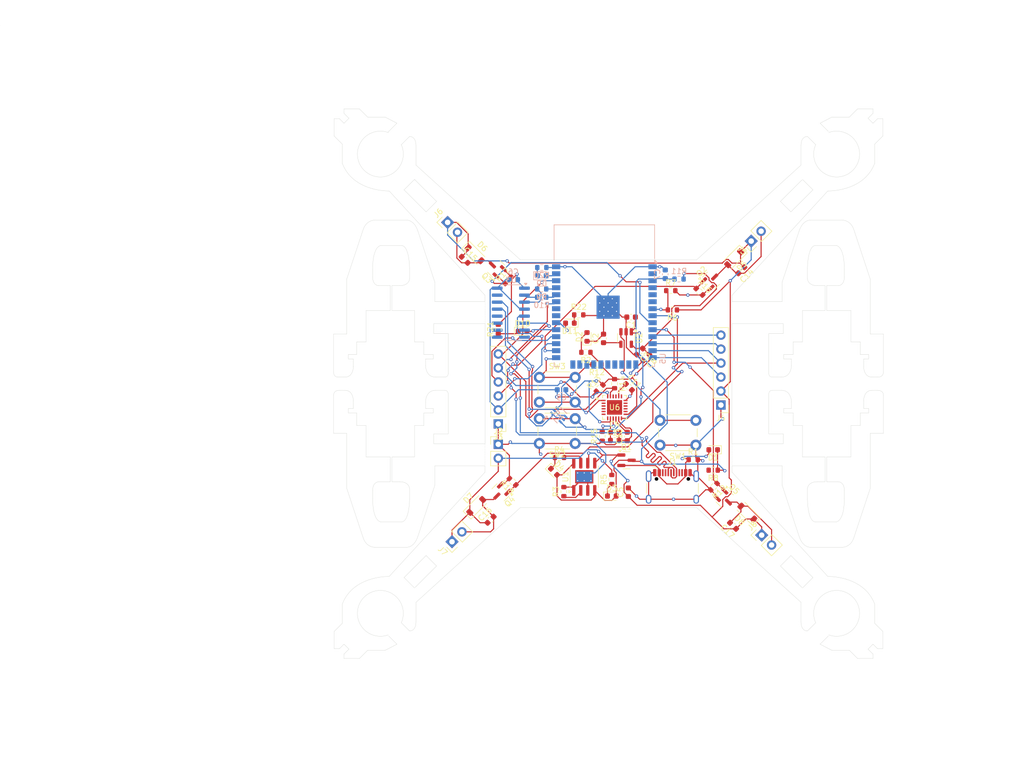
<source format=kicad_pcb>
(kicad_pcb (version 20241229) (generator "pcbnew") (generator_version "9.0")
  (layers (0 "F.Cu" signal) (2 "B.Cu" signal) (13 "F.Paste" user) (15 "B.Paste" user) (5 "F.SilkS" user "F.Silkscreen") (7 "B.SilkS" user "B.Silkscreen") (1 "F.Mask" user) (3 "B.Mask" user) (25 "Edge.Cuts" user))
  (net 0 "")
  (net 1 "VBUS")
  (net 2 "GND")
  (net 3 "Net-(U2-BP)")
  (net 4 "+3V3")
  (net 5 "+BATT")
  (net 6 "EN")
  (net 7 "Net-(U6-CPOUT)")
  (net 8 "Net-(U6-REGOUT)")
  (net 9 "+5V")
  (net 10 "Net-(D2-A)")
  (net 11 "Net-(D3-K)")
  (net 12 "Net-(D4-K)")
  (net 13 "D-")
  (net 16 "D+")
  (net 19 "SCL")
  (net 20 "SDA")
  (net 21 "TXD2")
  (net 22 "RXD2")
  (net 23 "SRV_2")
  (net 24 "SRV_4")
  (net 25 "SRV_3")
  (net 26 "SRV_1")
  (net 27 "Net-(U1-PROG)")
  (net 28 "Net-(U1-~{CHRG})")
  (net 29 "Net-(U1-~{STDBY})")
  (net 30 "ADC_BAT")
  (net 31 "LDO_H")
  (net 32 "Net-(U3-RXD)")
  (net 33 "TX")
  (net 34 "Net-(U3-TXD)")
  (net 35 "RX")
  (net 36 "IO0")
  (net 37 "Net-(U6-AD0)")
  (net 38 "LDO_EN")
  (net 43 "RTS")
  (net 44 "DTR")
  (net 49 "LED_1")
  (net 50 "MOT_2")
  (net 54 "EXIO1")
  (net 55 "MOT_1")
  (net 56 "EXI5")
  (net 57 "EXIO4")
  (net 59 "LED_3")
  (net 60 "LED_2")
  (net 62 "EXIO2")
  (net 65 "MOT_3")
  (net 67 "MOT_4")
  (net 68 "EXIO3")
  (net 84 "Net-(D5-A)")
  (net 85 "Net-(D6-A)")
  (net 86 "Net-(D7-A)")
  (net 87 "Net-(D8-A)")
  (net 88 "Net-(D9-K)")
  (net 89 "Net-(D10-K)")
  (net 90 "Net-(D11-K)")
  (footprint "Resistor_SMD:R_0603_1608Metric" (layer "F.Cu") (at 125.775 78.8)
    (property "Reference" "R1")
    (property "Value" "100k")
  )
  (footprint "Button_Switch_THT:SW_PUSH_6mm" (layer "F.Cu") (at 126.25 76.15 180)
    (property "Reference" "SW1")
    (property "Value" "SW_DPDT_x2")
  )
  (footprint "LED_SMD:LED_0603_1608Metric" (layer "F.Cu") (at 94.8 55.5)
    (property "Reference" "D10")
    (property "Value" "LED 5")
  )
  (footprint "Connector_PinHeader_2.54mm:PinHeader_1x06_P2.54mm_Vertical" (layer "F.Cu") (at 90.4 72.3 180)
    (property "Reference" "J3")
    (property "Value" "Conn_01x06_Socket")
  )
  (footprint "Capacitor_SMD:C_0603_1608Metric" (layer "F.Cu") (at 114 84.7 90)
    (property "Reference" "C5")
    (property "Value" "10uF")
  )
  (footprint "Diode_SMD:D_0603_1608Metric" (layer "F.Cu") (at 129.4 77 180)
    (property "Reference" "D1")
    (property "Value" "SS34")
  )
  (footprint "Resistor_SMD:R_0603_1608Metric" (layer "F.Cu") (at 102.3 84.6 90)
    (property "Reference" "R3")
    (property "Value" "3.3k")
  )
  (footprint "Resistor_SMD:R_0603_1608Metric" (layer "F.Cu") (at 92.2 46.2 45)
    (property "Reference" "R17")
    (property "Value" "10k")
  )
  (footprint "Resistor_SMD:R_0603_1608Metric" (layer "F.Cu") (at 108.3 61.5 180)
    (property "Reference" "R12")
    (property "Value" "10k")
  )
  (footprint "Resistor_SMD:R_0603_1608Metric" (layer "F.Cu") (at 129.516637 83.683363 -135)
    (property "Reference" "R19")
    (property "Value" "10k")
  )
  (footprint "Package_TO_SOT_SMD:SOT-23" (layer "F.Cu") (at 113.6625 78.9)
    (property "Reference" "Q1")
    (property "Value" "AO3401A")
  )
  (footprint "Resistor_SMD:R_0603_1608Metric" (layer "F.Cu") (at 109.263467 74.542009 90)
    (property "Reference" "R15")
    (property "Value" "4.7k")
  )
  (footprint "Resistor_SMD:R_0603_1608Metric" (layer "F.Cu") (at 105 52.5)
    (property "Reference" "R22")
    (property "Value" "1k")
  )
  (footprint "Connector_PinHeader_2.54mm:PinHeader_1x06_P2.54mm_Vertical" (layer "F.Cu") (at 130.8 68.879999 180)
    (property "Reference" "J4")
    (property "Value" "Conn_01x06_Socket")
  )
  (footprint "footprints:QFN24_4X4X0P9-0P5_TDK" (layer "F.Cu") (at 111.5 69.3)
    (property "Reference" "U6")
    (property "Value" "MPU-6050")
  )
  (footprint "Resistor_SMD:R_0603_1608Metric" (layer "F.Cu") (at 101.5 78.4)
    (property "Reference" "R4")
    (property "Value" "1.3k")
  )
  (footprint "Connector_PinHeader_2.54mm:PinHeader_1x02_P2.54mm_Vertical" (layer "F.Cu") (at 136.298439 39.101561 135)
    (property "Reference" "J5")
    (property "Value" "Conn_01x02_Socket")
  )
  (footprint "Capacitor_SMD:C_0603_1608Metric" (layer "F.Cu") (at 113.8 74.575 90)
    (property "Reference" "C13")
    (property "Value" "C")
  )
  (footprint "Resistor_SMD:R_0603_1608Metric" (layer "F.Cu") (at 126.9 48.3 -45)
    (property "Reference" "R16")
    (property "Value" "10k")
  )
  (footprint "Capacitor_SMD:C_0603_1608Metric" (layer "F.Cu") (at 111.525 73.8)
    (property "Reference" "C4")
    (property "Value" "10uf")
  )
  (footprint "Package_SO:SOIC-8-1EP_3.9x4.9mm_P1.27mm_EP2.41x3.3mm_ThermalVias" (layer "F.Cu") (at 106 81.9 90)
    (property "Reference" "U1")
    (property "Value" "TP4056-42-ESOP8")
  )
  (footprint "Resistor_SMD:R_0603_1608Metric" (layer "F.Cu") (at 122 51.6 180)
    (property "Reference" "R6")
    (property "Value" "100K")
  )
  (footprint "Diode_SMD:D_SOD-123" (layer "F.Cu") (at 86.1 41.5 -45)
    (property "Reference" "D6")
    (property "Value" "1N4148W")
  )
  (footprint "Diode_SMD:D_SOD-123" (layer "F.Cu") (at 135.6 88.4 135)
    (property "Reference" "D8")
    (property "Value" "1N4148W")
  )
  (footprint "Diode_SMD:D_SOD-123" (layer "F.Cu") (at 133.196222 42.224472 -135)
    (property "Reference" "D5")
    (property "Value" "1N4148W")
  )
  (footprint "Resistor_SMD:R_0603_1608Metric" (layer "F.Cu") (at 121.7 48.1)
    (property "Reference" "R7")
    (property "Value" "100K")
  )
  (footprint "Connector_PinHeader_2.54mm:PinHeader_1x02_P2.54mm_Vertical" (layer "F.Cu") (at 90.4 76)
    (property "Reference" "J2")
    (property "Value" "Conn_01x02_Pin")
  )
  (footprint "LED_SMD:LED_0603_1608Metric" (layer "F.Cu") (at 106.5 56.5 90)
    (property "Reference" "D2")
    (property "Value" "LED")
  )
  (footprint "Capacitor_SMD:C_0603_1608Metric" (layer "F.Cu") (at 114.1 65.6 -45)
    (property "Reference" "C11")
    (property "Value" "0.1uf")
  )
  (footprint "Resistor_SMD:R_0603_1608Metric" (layer "F.Cu") (at 111.5 65 -90)
    (property "Reference" "R14")
    (property "Value" "10k")
  )
  (footprint "Capacitor_SMD:C_0603_1608Metric" (layer "F.Cu") (at 89 89.7 45)
    (property "Reference" "C16")
    (property "Value" "1uf")
  )
  (footprint "Package_TO_SOT_SMD:SOT-23" (layer "F.Cu") (at 90.808839 84.734664 -135)
    (property "Reference" "Q4")
    (property "Value" "2N7002")
  )
  (footprint "Resistor_SMD:R_0603_1608Metric" (layer "F.Cu") (at 129.4 80.7 180)
    (property "Reference" "R8")
    (property "Value" "100K")
  )
  (footprint "LED_SMD:LED_0603_1608Metric" (layer "F.Cu") (at 100.5 81 -45)
    (property "Reference" "D4")
    (property "Value" "LED")
  )
  (footprint "Resistor_SMD:R_0603_1608Metric" (layer "F.Cu") (at 106.3 59.3 180)
    (property "Reference" "R2")
    (property "Value" "470R")
  )
  (footprint "Package_TO_SOT_SMD:SOT-23" (layer "F.Cu") (at 90.006551 44.106551 135)
    (property "Reference" "Q3")
    (property "Value" "2N7002")
  )
  (footprint "Capacitor_SMD:C_0603_1608Metric" (layer "F.Cu") (at 134.5 44.4 -135)
    (property "Reference" "C14")
    (property "Value" "1uf")
  )
  (footprint "Button_Switch_THT:SW_PUSH_6mm" (layer "F.Cu") (at 104.35 75.85 180)
    (property "Reference" "SW2")
    (property "Value" "RST")
  )
  (footprint "Package_TO_SOT_SMD:SOT-23" (layer "F.Cu") (at 129 46.3 45)
    (property "Reference" "Q2")
    (property "Value" "2N7002")
  )
  (footprint "Capacitor_SMD:C_0603_1608Metric" (layer "F.Cu") (at 109.5 56.775 90)
    (property "Reference" "C2")
    (property "Value" "470pf")
  )
  (footprint "Diode_SMD:D_SOD-123" (layer "F.Cu") (at 86.4 87.2 45)
    (property "Reference" "D7")
    (property "Value" "1N4148W")
  )
  (footprint "Connector_USB:USB_C_Receptacle_HCTL_HC-TYPE-C-16P-01A" (layer "F.Cu") (at 122 84.9)
    (property "Reference" "J1")
    (property "Value" "USB_C_Receptacle_USB2.0_16P")
  )
  (footprint "Package_TO_SOT_SMD:SOT-23" (layer "F.Cu") (at 131.491161 85.834664 -45)
    (property "Reference" "Q5")
    (property "Value" "2N7002")
  )
  (footprint "Connector_PinHeader_2.54mm:PinHeader_1x02_P2.54mm_Vertical" (layer "F.Cu") (at 81.203949 35.703949 45)
    (property "Reference" "J6")
    (property "Value" "Conn_01x02_Socket")
  )
  (footprint "Capacitor_SMD:C_0603_1608Metric" (layer "F.Cu") (at 133 90.8 135)
    (property "Reference" "C17")
    (property "Value" "1uf")
  )
  (footprint "Resistor_SMD:R_0603_1608Metric" (layer "F.Cu") (at 93 82.8 135)
    (property "Reference" "R18")
    (property "Value" "10k")
  )
  (footprint "Capacitor_SMD:C_0603_1608Metric" (layer "F.Cu") (at 114.5 52.9 180)
    (property "Reference" "C1")
    (property "Value" "10uf")
  )
  (footprint "Capacitor_SMD:C_0603_1608Metric" (layer "F.Cu") (at 84.3 42.5 -45)
    (property "Reference" "C15")
    (property "Value" "1uf")
  )
  (footprint "LED_SMD:LED_0603_1608Metric" (layer "F.Cu") (at 111 85.4)
    (property "Reference" "D3")
    (property "Value" "LED")
  )
  (footprint "Capacitor_SMD:C_0603_1608Metric" (layer "F.Cu") (at 117.248008 60.251992 -135)
    (property "Reference" "C8")
    (property "Value" "10uf")
  )
  (footprint "Button_Switch_THT:SW_PUSH_6mm" (layer "F.Cu") (at 97.85 63.85)
    (property "Reference" "SW3")
    (property "Value" "BOOT")
  )
  (footprint "Connector_PinHeader_2.54mm:PinHeader_1x02_P2.54mm_Vertical" (layer "F.Cu") (at 138.198439 92.498439 45)
    (property "Reference" "J8")
    (property "Value" "Conn_01x02_Socket")
  )
  (footprint "Connector_PinHeader_2.54mm:PinHeader_1x02_P2.54mm_Vertical" (layer "F.Cu") (at 82.003949 93.696051 135)
    (property "Reference" "J7")
    (property "Value" "Conn_01x02_Socket")
  )
  (footprint "Resistor_SMD:R_0603_1608Metric" (layer "F.Cu") (at 111 82.4 90)
    (property "Reference" "R5")
    (property "Value" "1.3k")
  )
  (footprint "Package_TO_SOT_SMD:SOT-23-5" (layer "F.Cu") (at 113.6 56.7 -90)
    (property "Reference" "U2")
    (property "Value" "MIC5219-3.3YM5")
  )
  (footprint "Resistor_SMD:R_0603_1608Metric" (layer "F.Cu") (at 108.8 65.8 45)
    (property "Reference" "R13")
    (property "Value" "10k")
  )
  (footprint "Capacitor_SMD:C_0603_1608Metric" (layer "F.Cu") (at 116.048008 59.151992 -135)
    (property "Reference" "C3")
    (property "Value" "2.2uf")
  )
  (footprint "Resistor_SMD:R_0603_1608Metric" (layer "F.Cu") (at 90.4 55.1 90)
    (property "Reference" "R21")
    (property "Value" "1k")
  )
  (footprint "Capacitor_SMD:C_0603_1608Metric" (layer "F.Cu") (at 111.525 75.3)
    (property "Reference" "C12")
    (property "Value" "10uf")
  )
  (footprint "LED_SMD:LED_0603_1608Metric" (layer "F.Cu") (at 103.4 54 180)
    (property "Reference" "D11")
    (property "Value" "LED 6")
  )
  (footprint "RF_Module:ESP32-WROOM-32" (layer "B.Cu") (at 109.65 52.01 180)
    (property "Reference" "U5")
    (property "Value" "ESP32-WROOM-32")
  )
  (footprint "LED_SMD:LED_0603_1608Metric" (layer "B.Cu") (at 98.3 45.4)
    (property "Reference" "D9")
    (property "Value" "LED 4")
  )
  (footprint "Resistor_SMD:R_0603_1608Metric" (layer "B.Cu") (at 123.2 46 180)
    (property "Reference" "R11")
    (property "Value" "10k")
  )
  (footprint "Resistor_SMD:R_0603_1608Metric" (layer "B.Cu") (at 98.275 49.3)
    (property "Reference" "R10")
    (property "Value" "1k")
  )
  (footprint "Capacitor_SMD:C_0603_1608Metric" (layer "B.Cu") (at 101.875 66.1)
    (property "Reference" "C9")
    (property "Value" "1uf")
  )
  (footprint "DDC:SOT_363_DIO" (layer "B.Cu") (at 101.4 70.7 -45)
    (property "Reference" "U4")
    (property "Value" "DDC114TU-7-F")
  )
  (footprint "Resistor_SMD:R_0603_1608Metric" (layer "B.Cu") (at 98.3 43.9)
    (property "Reference" "R20")
    (property "Value" "1k")
  )
  (footprint "Capacitor_SMD:C_0603_1608Metric" (layer "B.Cu") (at 120.7 45.125 -90)
    (property "Reference" "C7")
    (property "Value" "0.1uf")
  )
  (footprint "Capacitor_SMD:C_0603_1608Metric" (layer "B.Cu") (at 93.125 46.1 180)
    (property "Reference" "C6")
    (property "Value" "0.1uf")
  )
  (footprint "Resistor_SMD:R_0603_1608Metric" (layer "B.Cu") (at 98.275 47.8)
    (property "Reference" "R9")
    (property "Value" "1k")
  )
  (footprint "Package_SO:SOIC-16_3.9x9.9mm_P1.27mm" (layer "B.Cu") (at 92.675 52.095 180)
    (property "Reference" "U3")
    (property "Value" "CH340C")
  )
  (gr_line (start 150 82.8) (end 152.1 82.8) (stroke (width 0.05)) (layer "Edge.Cuts"))
  (gr_line (start 141.8 66.2) (end 140.1 66.2) (stroke (width 0.05)) (layer "Edge.Cuts"))
  (gr_line (start 64.1 69.500001) (end 64.1 68.1) (stroke (width 0.05)) (layer "Edge.Cuts"))
  (gr_curve (pts (xy 141.8 63.8) (xy 143.6 63.8) (xy 143.6 61.7) (xy 143.6 61.7)) (stroke (width 0.05)) (layer "Edge.Cuts"))
  (gr_line (start 142.1 55.9) (end 142.1 54.1) (stroke (width 0.05)) (layer "Edge.Cuts"))
  (gr_curve (pts (xy 68.7 47.2) (xy 68.7 47.2) (xy 68.7 47.2) (xy 68.7 47.2)) (stroke (width 0.05)) (layer "Edge.Cuts"))
  (gr_line (start 132.8 53.8) (end 132.8 53.9) (stroke (width 0.05)) (layer "Edge.Cuts"))
  (gr_line (start 78.6 69.5) (end 77.4 69.5) (stroke (width 0.05)) (layer "Edge.Cuts"))
  (gr_line (start 132.8 53.5) (end 132.8 53.6) (stroke (width 0.05)) (layer "Edge.Cuts"))
  (gr_line (start 73.3 100.2) (end 75.2 102.1) (stroke (width 0.05)) (layer "Edge.Cuts"))
  (gr_line (start 67.6 44.2) (end 67.6 45.6) (stroke (width 0.05)) (layer "Edge.Cuts"))
  (gr_line (start 143.9 59.7) (end 142.2 59.7) (stroke (width 0.05)) (layer "Edge.Cuts"))
  (gr_curve (pts (xy 153.2 44.2) (xy 153.2 39.9) (xy 151.7 39.9) (xy 151.7 39.9)) (stroke (width 0.05)) (layer "Edge.Cuts"))
  (gr_curve (pts (xy 75.468765 21.8) (xy 75.468765 20) (xy 74.3 20.1) (xy 74.3 20.1)) (stroke (width 0.05)) (layer "Edge.Cuts"))
  (gr_line (start 88 52.4) (end 88 52.5) (stroke (width 0.05)) (layer "Edge.Cuts"))
  (gr_line (start 132.8 54.1) (end 132.8 65) (stroke (width 0.05)) (layer "Edge.Cuts"))
  (gr_line (start 155.6 15.1) (end 158.4 15.1) (stroke (width 0.05)) (layer "Edge.Cuts"))
  (gr_line (start 75.2 72.6) (end 76.9 72.6) (stroke (width 0.05)) (layer "Edge.Cuts"))
  (gr_line (start 62.9 74) (end 60.5 74.000001) (stroke (width 0.05)) (layer "Edge.Cuts"))
  (gr_line (start 148.3 82.8) (end 149.7 82.8) (stroke (width 0.05)) (layer "Edge.Cuts"))
  (gr_line (start 78.7 55.9) (end 78.7 54.1) (stroke (width 0.05)) (layer "Edge.Cuts"))
  (gr_line (start 156.1 57.399999) (end 154.4 57.4) (stroke (width 0.05)) (layer "Edge.Cuts"))
  (gr_curve (pts (xy 154.918376 37.013116) (xy 154.350008 35.3) (xy 152.9 35.3) (xy 152.9 35.3)) (stroke (width 0.05)) (layer "Edge.Cuts"))
  (gr_line (start 146.5 44.1) (end 146.5 45.9) (stroke (width 0.05)) (layer "Edge.Cuts"))
  (gr_line (start 87.984154 79.3) (end 87.984154 79.4) (stroke (width 0.05)) (layer "Edge.Cuts"))
  (gr_line (start 147 35.3) (end 152.9 35.3) (stroke (width 0.05)) (layer "Edge.Cuts"))
  (gr_curve (pts (xy 67.6 84.4) (xy 67.6 82.8) (xy 68.7 82.8) (xy 68.7 82.8)) (stroke (width 0.05)) (layer "Edge.Cuts"))
  (gr_line (start 154.1 113.4) (end 150.9 113.4) (stroke (width 0.05)) (layer "Edge.Cuts"))
  (gr_line (start 87.984154 77.2) (end 87.984154 77.3) (stroke (width 0.05)) (layer "Edge.Cuts"))
  (gr_line (start 157.9 46) (end 157.9 56) (stroke (width 0.05)) (layer "Edge.Cuts"))
  (gr_line (start 141.900001 79.9) (end 141.900001 83.4) (stroke (width 0.05)) (layer "Edge.Cuts"))
  (gr_line (start 139.5 55.9) (end 142.1 55.9) (stroke (width 0.05)) (layer "Edge.Cuts"))
  (gr_line (start 87.984154 79.6) (end 87.984154 79.7) (stroke (width 0.05)) (layer "Edge.Cuts"))
  (gr_line (start 70.6 30) (end 87.984154 48.936431) (stroke (width 0.05)) (layer "Edge.Cuts"))
  (gr_line (start 158.4 15.1) (end 158.4 15.899999) (stroke (width 0.05)) (layer "Edge.Cuts"))
  (gr_line (start 132.815846 76) (end 132.815846 76.1) (stroke (width 0.05)) (layer "Edge.Cuts"))
  (gr_line (start 77.3 96.2) (end 73.3 100.2) (stroke (width 0.05)) (layer "Edge.Cuts"))
  (gr_line (start 142.1 74.1) (end 142.1 75.9) (stroke (width 0.05)) (layer "Edge.Cuts"))
  (gr_line (start 157.499999 113.2) (end 158.4 112.3) (stroke (width 0.05)) (layer "Edge.Cuts"))
  (gr_line (start 62.4 15.1) (end 62.4 15.9) (stroke (width 0.05)) (layer "Edge.Cuts"))
  (gr_line (start 78.7 74.1) (end 78.7 75.9) (stroke (width 0.05)) (layer "Edge.Cuts"))
  (gr_curve (pts (xy 159.3 63.8) (xy 160.3 63.8) (xy 160.3 62.9) (xy 160.3 62.9)) (stroke (width 0.05)) (layer "Edge.Cuts"))
  (gr_curve (pts (xy 65.881624 92.986884) (xy 66.449992 94.7) (xy 67.9 94.7) (xy 67.9 94.7)) (stroke (width 0.05)) (layer "Edge.Cuts"))
  (gr_line (start 126.4 87.5) (end 145.331235 104.69303) (stroke (width 0.05)) (layer "Edge.Cuts"))
  (gr_curve (pts (xy 148.3 82.8) (xy 146.5 82.8) (xy 146.5 84.1) (xy 146.5 84.1)) (stroke (width 0.05)) (layer "Edge.Cuts"))
  (gr_line (start 65.2 15.1) (end 62.4 15.1) (stroke (width 0.05)) (layer "Edge.Cuts"))
  (gr_line (start 150.2 99.999999) (end 132.815846 81.063569) (stroke (width 0.05)) (layer "Edge.Cuts"))
  (gr_line (start 78.6 59.7) (end 78.6 60.5) (stroke (width 0.05)) (layer "Edge.Cuts"))
  (gr_line (start 132.8 52.6) (end 132.8 52.7) (stroke (width 0.05)) (layer "Edge.Cuts"))
  (gr_line (start 75.468765 25.30697) (end 75.468765 21.8) (stroke (width 0.05)) (layer "Edge.Cuts"))
  (gr_line (start 155.6 114.9) (end 158.4 114.9) (stroke (width 0.05)) (layer "Edge.Cuts"))
  (gr_line (start 78.6 60.5) (end 77.4 60.5) (stroke (width 0.05)) (layer "Edge.Cuts"))
  (gr_line (start 69.9 16.6) (end 72 17.7) (stroke (width 0.05)) (layer "Edge.Cuts"))
  (gr_line (start 88 52.7) (end 88 52.8) (stroke (width 0.05)) (layer "Edge.Cuts"))
  (gr_line (start 66.7 16.6) (end 69.9 16.6) (stroke (width 0.05)) (layer "Edge.Cuts"))
  (gr_line (start 132.8 50.2) (end 132.8 50.3) (stroke (width 0.05)) (layer "Edge.Cuts"))
  (gr_line (start 87.984154 76.6) (end 87.984154 76.7) (stroke (width 0.05)) (layer "Edge.Cuts"))
  (gr_arc (start 148 108.399999) (mid 154.638926 103.655251) (end 150.369694 110.609505) (stroke (width 0.05)) (layer "Edge.Cuts"))
  (gr_curve (pts (xy 75.468765 108.2) (xy 75.468765 110) (xy 74.3 109.9) (xy 74.3 109.9)) (stroke (width 0.05)) (layer "Edge.Cuts"))
  (gr_line (start 69.1 39.9) (end 72.8 39.9) (stroke (width 0.05)) (layer "Edge.Cuts"))
  (gr_curve (pts (xy 0 0) (xy 0 0) (xy 0 0) (xy 0 0)) (stroke (width 0.05)) (layer "Edge.Cuts"))
  (gr_line (start 67.6 85.8) (end 67.6 84.4) (stroke (width 0.05)) (layer "Edge.Cuts"))
  (gr_line (start 63.2 59.7) (end 64.7 59.7) (stroke (width 0.05)) (layer "Edge.Cuts"))
  (gr_line (start 65.262049 38.880572) (end 65.881624 37.013116) (stroke (width 0.05)) (layer "Edge.Cuts"))
  (gr_line (start 62.099999 108.5) (end 62.1 105) (stroke (width 0.05)) (layer "Edge.Cuts"))
  (gr_line (start 79.2 98.1) (end 77.3 96.2) (stroke (width 0.05)) (layer "Edge.Cuts"))
  (gr_line (start 70.8 47.2) (end 68.7 47.2) (stroke (width 0.05)) (layer "Edge.Cuts"))
  (gr_line (start 70.8 82.8) (end 68.7 82.8) (stroke (width 0.05)) (layer "Edge.Cuts"))
  (gr_line (start 148.3 47.2) (end 149.7 47.2) (stroke (width 0.05)) (layer "Edge.Cuts"))
  (gr_line (start 79 63.8) (end 80.7 63.8) (stroke (width 0.05)) (layer "Edge.Cuts"))
  (gr_line (start 66.4 72.6) (end 66.4 78.3) (stroke (width 0.05)) (layer "Edge.Cuts"))
  (gr_line (start 81.3 66.8) (end 81.3 74.1) (stroke (width 0.05)) (layer "Edge.Cuts"))
  (gr_line (start 77.2 60.5) (end 77.4 60.5) (stroke (width 0.05)) (layer "Edge.Cuts"))
  (gr_line (start 87.984154 78.1) (end 87.984154 78.2) (stroke (width 0.05)) (layer "Edge.Cuts"))
  (gr_line (start 77.2 68.3) (end 77.2 69.5) (stroke (width 0.05)) (layer "Edge.Cuts"))
  (gr_line (start 62.4 112.3) (end 61.6 113.1) (stroke (width 0.05)) (layer "Edge.Cuts"))
  (gr_line (start 60.5 56) (end 60.5 62.9) (stroke (width 0.05)) (layer "Edge.Cuts"))
  (gr_line (start 154.4 51.7) (end 150 51.7) (stroke (width 0.05)) (layer "Edge.Cuts"))
  (gr_line (start 157.6 70.3) (end 156.1 70.3) (stroke (width 0.05)) (layer "Edge.Cuts"))
  (gr_line (start 62.6 66.2) (end 61.5 66.2) (stroke (width 0.05)) (layer "Edge.Cuts"))
  (gr_line (start 132.8 50.8) (end 132.8 50.9) (stroke (width 0.05)) (layer "Edge.Cuts"))
  (gr_curve (pts (xy 80.7 66.2) (xy 81.3 66.2) (xy 81.3 66.8) (xy 81.3 66.8)) (stroke (width 0.05)) (layer "Edge.Cuts"))
  (gr_line (start 94.4 42.5) (end 75.468765 25.30697) (stroke (width 0.05)) (layer "Edge.Cuts"))
  (gr_line (start 147.5 29.8) (end 145.6 27.9) (stroke (width 0.05)) (layer "Edge.Cuts"))
  (gr_curve (pts (xy 140.1 66.2) (xy 139.5 66.2) (xy 139.5 66.8) (xy 139.5 66.8)) (stroke (width 0.05)) (layer "Edge.Cuts"))
  (gr_curve (pts (xy 79 66.2) (xy 77.2 66.2) (xy 77.2 68.3) (xy 77.2 68.3)) (stroke (width 0.05)) (layer "Edge.Cuts"))
  (gr_line (start 78.7 75.9) (end 88 75.9) (stroke (width 0.05)) (layer "Edge.Cuts"))
  (gr_line (start 72.5 47.2) (end 71.1 47.2) (stroke (width 0.05)) (layer "Edge.Cuts"))
  (gr_line (start 63.2 60.5) (end 63.2 59.7) (stroke (width 0.05)) (layer "Edge.Cuts"))
  (gr_line (start 132.815846 78.7) (end 132.815846 78.8) (stroke (width 0.05)) (layer "Edge.Cuts"))
  (gr_line (start 88 53.6) (end 88 53.7) (stroke (width 0.05)) (layer "Edge.Cuts"))
  (gr_line (start 154.4 78.3) (end 150 78.3) (stroke (width 0.05)) (layer "Edge.Cuts"))
  (gr_line (start 143.6 68.3) (end 143.6 69.5) (stroke (width 0.05)) (layer "Edge.Cuts"))
  (gr_line (start 126.4 42.5) (end 110.4 42.5) (stroke (width 0.05)) (layer "Edge.Cuts"))
  (gr_line (start 143.6 69.5) (end 143.4 69.5) (stroke (width 0.05)) (layer "Edge.Cuts"))
  (gr_line (start 75.3 28) (end 79.2 31.9) (stroke (width 0.05)) (layer "Edge.Cuts"))
  (gr_line (start 132.815846 79.3) (end 132.815846 79.4) (stroke (width 0.05)) (layer "Edge.Cuts"))
  (gr_line (start 157.600001 60.5) (end 157.6 59.7) (stroke (width 0.05)) (layer "Edge.Cuts"))
  (gr_curve (pts (xy 72.5 47.2) (xy 74.3 47.2) (xy 74.3 45.9) (xy 74.3 45.9)) (stroke (width 0.05)) (layer "Edge.Cuts"))
  (gr_line (start 142.2 70.3) (end 142.2 69.5) (stroke (width 0.05)) (layer "Edge.Cuts"))
  (gr_line (start 145.331235 25.30697) (end 145.331235 21.8) (stroke (width 0.05)) (layer "Edge.Cuts"))
  (gr_line (start 77.2 61.7) (end 77.2 60.5) (stroke (width 0.05)) (layer "Edge.Cuts"))
  (gr_line (start 66.4 78.3) (end 70.8 78.3) (stroke (width 0.05)) (layer "Edge.Cuts"))
  (gr_line (start 64.1 69.500001) (end 63.199999 69.5) (stroke (width 0.05)) (layer "Edge.Cuts"))
  (gr_line (start 74.3 109.9) (end 72.8 108.399999) (stroke (width 0.05)) (layer "Edge.Cuts"))
  (gr_line (start 159.2 16.9) (end 160.2 16.9) (stroke (width 0.05)) (layer "Edge.Cuts"))
  (gr_line (start 94.4 87.5) (end 110.4 87.5) (stroke (width 0.05)) (layer "Edge.Cuts"))
  (gr_line (start 75.2 78.3) (end 75.2 72.6) (stroke (width 0.05)) (layer "Edge.Cuts"))
  (gr_line (start 79 66.2) (end 80.7 66.2) (stroke (width 0.05)) (layer "Edge.Cuts"))
  (gr_curve (pts (xy 61.5 66.2) (xy 60.5 66.2) (xy 60.5 67.1) (xy 60.5 67.1)) (stroke (width 0.05)) (layer "Edge.Cuts"))
  (gr_line (start 87.984154 76.9) (end 87.984154 77) (stroke (width 0.05)) (layer "Edge.Cuts"))
  (gr_line (start 60.6 110) (end 62.099999 108.5) (stroke (width 0.05)) (layer "Edge.Cuts"))
  (gr_curve (pts (xy 160.3 67.1) (xy 160.3 66.2) (xy 159.3 66.2) (xy 159.3 66.2)) (stroke (width 0.05)) (layer "Edge.Cuts"))
  (gr_line (start 143.9 72.6) (end 143.9 70.3) (stroke (width 0.05)) (layer "Edge.Cuts"))
  (gr_curve (pts (xy 145.331235 21.8) (xy 145.331235 20) (xy 146.5 20.1) (xy 146.5 20.1)) (stroke (width 0.05)) (layer "Edge.Cuts"))
  (gr_line (start 81.3 63.2) (end 81.3 55.9) (stroke (width 0.05)) (layer "Edge.Cuts"))
  (gr_line (start 62.9 46) (end 62.9 56) (stroke (width 0.05)) (layer "Edge.Cuts"))
  (gr_line (start 60.6 20) (end 62.1 21.5) (stroke (width 0.05)) (layer "Edge.Cuts"))
  (gr_line (start 132.815846 78.4) (end 132.815846 78.5) (stroke (width 0.05)) (layer "Edge.Cuts"))
  (gr_line (start 76.9 57.4) (end 76.9 59.7) (stroke (width 0.05)) (layer "Edge.Cuts"))
  (gr_arc (start 72.8 21.6) (mid 66.161074 26.344749) (end 70.430306 19.390495) (stroke (width 0.05)) (layer "Edge.Cuts"))
  (gr_line (start 73.8 35.3) (end 67.9 35.3) (stroke (width 0.05)) (layer "Edge.Cuts"))
  (gr_line (start 132.8 51.4) (end 132.8 51.5) (stroke (width 0.05)) (layer "Edge.Cuts"))
  (gr_line (start 70.5 19.2) (end 70.430306 19.390497) (stroke (width 0.05)) (layer "Edge.Cuts"))
  (gr_line (start 150.2 30.000001) (end 132.815846 48.936431) (stroke (width 0.05)) (layer "Edge.Cuts"))
  (gr_line (start 159.2 113.1) (end 160.2 113.1) (stroke (width 0.05)) (layer "Edge.Cuts"))
  (gr_line (start 143.6 61.7) (end 143.6 60.5) (stroke (width 0.05)) (layer "Edge.Cuts"))
  (gr_line (start 87.984154 50.1) (end 78.9 50.1) (stroke (width 0.05)) (layer "Edge.Cuts"))
  (gr_line (start 60.6 16.9) (end 60.6 20) (stroke (width 0.05)) (layer "Edge.Cuts"))
  (gr_line (start 132.815846 76.9) (end 132.815846 77) (stroke (width 0.05)) (layer "Edge.Cuts"))
  (gr_line (start 61.6 113.1) (end 60.6 113.1) (stroke (width 0.05)) (layer "Edge.Cuts"))
  (gr_curve (pts (xy 67.6 44.2) (xy 67.6 39.9) (xy 69.1 39.9) (xy 69.1 39.9)) (stroke (width 0.05)) (layer "Edge.Cuts"))
  (gr_line (start 88 75.9) (end 88 65) (stroke (width 0.05)) (layer "Edge.Cuts"))
  (gr_line (start 142.2 59.7) (end 142.2 60.5) (stroke (width 0.05)) (layer "Edge.Cuts"))
  (gr_line (start 158.700001 21.5) (end 158.7 25) (stroke (width 0.05)) (layer "Edge.Cuts"))
  (gr_line (start 94.4 87.5) (end 75.468765 104.69303) (stroke (width 0.05)) (layer "Edge.Cuts"))
  (gr_line (start 158.4 15.899999) (end 157.499999 16.8) (stroke (width 0.05)) (layer "Edge.Cuts"))
  (gr_line (start 132.815846 77.2) (end 132.815846 77.3) (stroke (width 0.05)) (layer "Edge.Cuts"))
  (gr_line (start 75.468765 104.69303) (end 75.468765 108.2) (stroke (width 0.05)) (layer "Edge.Cuts"))
  (gr_line (start 158.700001 108.5) (end 158.7 105) (stroke (width 0.05)) (layer "Edge.Cuts"))
  (gr_line (start 158.2 66.2) (end 159.3 66.2) (stroke (width 0.05)) (layer "Edge.Cuts"))
  (gr_line (start 75.3 28) (end 75.2 27.9) (stroke (width 0.05)) (layer "Edge.Cuts"))
  (gr_line (start 150.9 16.6) (end 148.8 17.7) (stroke (width 0.05)) (layer "Edge.Cuts"))
  (gr_line (start 65.262049 91.119428) (end 65.881624 92.986884) (stroke (width 0.05)) (layer "Edge.Cuts"))
  (gr_line (start 126.4 87.5) (end 110.4 87.5) (stroke (width 0.05)) (layer "Edge.Cuts"))
  (gr_line (start 132.8 52) (end 132.8 52.1) (stroke (width 0.05)) (layer "Edge.Cuts"))
  (gr_line (start 64.1 60.5) (end 64.1 61.9) (stroke (width 0.05)) (layer "Edge.Cuts"))
  (gr_line (start 132.8 51.1) (end 132.8 51.2) (stroke (width 0.05)) (layer "Edge.Cuts"))
  (gr_line (start 156.7 69.500001) (end 157.600001 69.5) (stroke (width 0.05)) (layer "Edge.Cuts"))
  (gr_curve (pts (xy 140.1 63.8) (xy 139.5 63.8) (xy 139.5 63.2) (xy 139.5 63.2)) (stroke (width 0.05)) (layer "Edge.Cuts"))
  (gr_line (start 141.6 98.1) (end 143.5 96.2) (stroke (width 0.05)) (layer "Edge.Cuts"))
  (gr_line (start 60.5 74.000001) (end 60.5 67.1) (stroke (width 0.05)) (layer "Edge.Cuts"))
  (gr_line (start 132.815846 79) (end 132.815846 79.1) (stroke (width 0.05)) (layer "Edge.Cuts"))
  (gr_line (start 154.1 113.4) (end 155.6 114.9) (stroke (width 0.05)) (layer "Edge.Cuts"))
  (gr_line (start 87.984154 81.063569) (end 87.984154 79.9) (stroke (width 0.05)) (layer "Edge.Cuts"))
  (gr_line (start 87.984154 78.7) (end 87.984154 78.8) (stroke (width 0.05)) (layer "Edge.Cuts"))
  (gr_line (start 157.9 46) (end 155.537951 38.880572) (stroke (width 0.05)) (layer "Edge.Cuts"))
  (gr_line (start 78.899999 79.9) (end 78.899999 83.4) (stroke (width 0.05)) (layer "Edge.Cuts"))
  (gr_line (start 132.8 52.3) (end 132.8 52.4) (stroke (width 0.05)) (layer "Edge.Cuts"))
  (gr_line (start 141.8 63.8) (end 140.1 63.8) (stroke (width 0.05)) (layer "Edge.Cuts"))
  (gr_line (start 139.5 74.1) (end 142.1 74.1) (stroke (width 0.05)) (layer "Edge.Cuts"))
  (gr_line (start 71.1 78.3) (end 75.2 78.3) (stroke (width 0.05)) (layer "Edge.Cuts"))
  (gr_line (start 76.9 59.7) (end 78.6 59.7) (stroke (width 0.05)) (layer "Edge.Cuts"))
  (gr_line (start 62.9 56) (end 60.5 56) (stroke (width 0.05)) (layer "Edge.Cuts"))
  (gr_line (start 65.2 114.9) (end 62.4 114.9) (stroke (width 0.05)) (layer "Edge.Cuts"))
  (gr_line (start 88 50.3) (end 88 50.4) (stroke (width 0.05)) (layer "Edge.Cuts"))
  (gr_line (start 63.199999 69.5) (end 63.2 70.3) (stroke (width 0.05)) (layer "Edge.Cuts"))
  (gr_line (start 160.2 110) (end 158.700001 108.5) (stroke (width 0.05)) (layer "Edge.Cuts"))
  (gr_curve (pts (xy 148.3 47.2) (xy 146.5 47.2) (xy 146.5 45.9) (xy 146.5 45.9)) (stroke (width 0.05)) (layer "Edge.Cuts"))
  (gr_line (start 77.3 33.8) (end 73.3 29.8) (stroke (width 0.05)) (layer "Edge.Cuts"))
  (gr_line (start 71.1 51.7) (end 75.2 51.7) (stroke (width 0.05)) (layer "Edge.Cuts"))
  (gr_line (start 88 53.9) (end 88 54) (stroke (width 0.05)) (layer "Edge.Cuts"))
  (gr_line (start 62.1 21.5) (end 62.1 25) (stroke (width 0.05)) (layer "Edge.Cuts"))
  (gr_line (start 61.6 16.9) (end 60.6 16.9) (stroke (width 0.05)) (layer "Edge.Cuts"))
  (gr_line (start 87.984154 77.5) (end 87.984154 77.6) (stroke (width 0.05)) (layer "Edge.Cuts"))
  (gr_line (start 63.3 16.8) (end 62.4 17.7) (stroke (width 0.05)) (layer "Edge.Cuts"))
  (gr_line (start 132.8 75.9) (end 132.8 65) (stroke (width 0.05)) (layer "Edge.Cuts"))
  (gr_line (start 150 51.7) (end 150 47.2) (stroke (width 0.05)) (layer "Edge.Cuts"))
  (gr_line (start 157.6 59.7) (end 156.1 59.7) (stroke (width 0.05)) (layer "Edge.Cuts"))
  (gr_curve (pts (xy 153.2 84.4) (xy 153.2 82.8) (xy 152.1 82.8) (xy 152.1 82.8)) (stroke (width 0.05)) (layer "Edge.Cuts"))
  (gr_line (start 74.3 44.1) (end 74.3 45.9) (stroke (width 0.05)) (layer "Edge.Cuts"))
  (gr_arc (start 70.430306 110.609505) (mid 66.161073 103.655253) (end 72.8 108.399999) (stroke (width 0.05)) (layer "Edge.Cuts"))
  (gr_line (start 153.2 44.2) (end 153.2 45.6) (stroke (width 0.05)) (layer "Edge.Cuts"))
  (gr_curve (pts (xy 62.1 105) (xy 64.1 99.8) (xy 70.6 99.999999) (xy 70.6 99.999999)) (stroke (width 0.05)) (layer "Edge.Cuts"))
  (gr_line (start 149.7 47.2) (end 149.7 51.7) (stroke (width 0.05)) (layer "Edge.Cuts"))
  (gr_arc (start 150.369694 19.390495) (mid 154.638927 26.344747) (end 148 21.600001) (stroke (width 0.05)) (layer "Edge.Cuts"))
  (gr_line (start 87.984154 76.3) (end 87.984154 76.4) (stroke (width 0.05)) (layer "Edge.Cuts"))
  (gr_curve (pts (xy 154.918376 92.986884) (xy 154.350008 94.7) (xy 152.9 94.7) (xy 152.9 94.7)) (stroke (width 0.05)) (layer "Edge.Cuts"))
  (gr_line (start 156.1 59.7) (end 156.1 57.399999) (stroke (width 0.05)) (layer "Edge.Cuts"))
  (gr_line (start 160.2 113.1) (end 160.2 110) (stroke (width 0.05)) (layer "Edge.Cuts"))
  (gr_line (start 69.9 113.4) (end 72 112.3) (stroke (width 0.05)) (layer "Edge.Cuts"))
  (gr_line (start 66.4 57.4) (end 66.4 51.7) (stroke (width 0.05)) (layer "Edge.Cuts"))
  (gr_line (start 155.537951 38.880572) (end 154.918376 37.013116) (stroke (width 0.05)) (layer "Edge.Cuts"))
  (gr_line (start 154.1 16.6) (end 150.9 16.6) (stroke (width 0.05)) (layer "Edge.Cuts"))
  (gr_line (start 62.6 63.8) (end 61.3 63.8) (stroke (width 0.05)) (layer "Edge.Cuts"))
  (gr_line (start 62.9 46) (end 65.262049 38.880572) (stroke (width 0.05)) (layer "Edge.Cuts"))
  (gr_curve (pts (xy 62.1 25) (xy 64.1 30.2) (xy 70.6 30) (xy 70.6 30)) (stroke (width 0.05)) (layer "Edge.Cuts"))
  (gr_line (start 126.4 42.5) (end 145.331235 25.30697) (stroke (width 0.05)) (layer "Edge.Cuts"))
  (gr_line (start 132.8 50.5) (end 132.8 50.6) (stroke (width 0.05)) (layer "Edge.Cuts"))
  (gr_line (start 145.6 78.3) (end 145.6 72.6) (stroke (width 0.05)) (layer "Edge.Cuts"))
  (gr_line (start 158.4 17.7) (end 159.2 16.9) (stroke (width 0.05)) (layer "Edge.Cuts"))
  (gr_line (start 78.9 50.1) (end 78.9 46.6) (stroke (width 0.05)) (layer "Edge.Cuts"))
  (gr_line (start 88 51.5) (end 88 51.6) (stroke (width 0.05)) (layer "Edge.Cuts"))
  (gr_line (start 157.9 56) (end 160.3 55.999999) (stroke (width 0.05)) (layer "Edge.Cuts"))
  (gr_line (start 150.3 110.8) (end 148.8 112.3) (stroke (width 0.05)) (layer "Edge.Cuts"))
  (gr_line (start 87.984154 79) (end 87.984154 79.1) (stroke (width 0.05)) (layer "Edge.Cuts"))
  (gr_line (start 150.3 19.2) (end 148.8 17.7) (stroke (width 0.05)) (layer "Edge.Cuts"))
  (gr_line (start 73.3 29.8) (end 75.2 27.9) (stroke (width 0.05)) (layer "Edge.Cuts"))
  (gr_line (start 70.5 110.8) (end 72 112.3) (stroke (width 0.05)) (layer "Edge.Cuts"))
  (gr_line (start 76.9 72.6) (end 76.9 70.3) (stroke (width 0.05)) (layer "Edge.Cuts"))
  (gr_curve (pts (xy 80.7 63.8) (xy 81.3 63.8) (xy 81.3 63.2) (xy 81.3 63.2)) (stroke (width 0.05)) (layer "Edge.Cuts"))
  (gr_line (start 60.6 113.1) (end 60.6 110) (stroke (width 0.05)) (layer "Edge.Cuts"))
  (gr_line (start 62.4 15.9) (end 63.3 16.8) (stroke (width 0.05)) (layer "Edge.Cuts"))
  (gr_curve (pts (xy 153.2 85.8) (xy 153.2 90.1) (xy 151.7 90.1) (xy 151.7 90.1)) (stroke (width 0.05)) (layer "Edge.Cuts"))
  (gr_line (start 157.9 74) (end 160.3 74.000001) (stroke (width 0.05)) (layer "Edge.Cuts"))
  (gr_curve (pts (xy 144.995267 37.264582) (xy 145.7 35.2) (xy 147 35.3) (xy 147 35.3)) (stroke (width 0.05)) (layer "Edge.Cuts"))
  (gr_curve (pts (xy 158.7 25) (xy 156.7 30.2) (xy 150.2 30.000001) (xy 150.2 30.000001)) (stroke (width 0.05)) (layer "Edge.Cuts"))
  (gr_line (start 158.4 114.100001) (end 157.499999 113.2) (stroke (width 0.05)) (layer "Edge.Cuts"))
  (gr_line (start 150 47.2) (end 152.1 47.2) (stroke (width 0.05)) (layer "Edge.Cuts"))
  (gr_line (start 156.1 70.3) (end 156.1 72.600001) (stroke (width 0.05)) (layer "Edge.Cuts"))
  (gr_line (start 87.984154 48.936431) (end 87.984154 50.1) (stroke (width 0.05)) (layer "Edge.Cuts"))
  (gr_line (start 66.7 113.4) (end 69.9 113.4) (stroke (width 0.05)) (layer "Edge.Cuts"))
  (gr_curve (pts (xy 75.804733 92.735418) (xy 75.1 94.8) (xy 73.8 94.7) (xy 73.8 94.7)) (stroke (width 0.05)) (layer "Edge.Cuts"))
  (gr_line (start 146.5 85.9) (end 146.5 84.1) (stroke (width 0.05)) (layer "Edge.Cuts"))
  (gr_line (start 132.815846 79.9) (end 141.900001 79.9) (stroke (width 0.05)) (layer "Edge.Cuts"))
  (gr_line (start 143.5 33.8) (end 147.5 29.8) (stroke (width 0.05)) (layer "Edge.Cuts"))
  (gr_line (start 158.4 114.9) (end 158.4 114.100001) (stroke (width 0.05)) (layer "Edge.Cuts"))
  (gr_line (start 78.6 70.3) (end 78.6 69.5) (stroke (width 0.05)) (layer "Edge.Cuts"))
  (gr_line (start 81.3 55.9) (end 78.7 55.9) (stroke (width 0.05)) (layer "Edge.Cuts"))
  (gr_line (start 141.900001 46.6) (end 144.995267 37.264582) (stroke (width 0.05)) (layer "Edge.Cuts"))
  (gr_line (start 62.4 17.7) (end 61.6 16.9) (stroke (width 0.05)) (layer "Edge.Cuts"))
  (gr_curve (pts (xy 61.3 63.8) (xy 60.5 63.8) (xy 60.5 62.9) (xy 60.5 62.9)) (stroke (width 0.05)) (layer "Edge.Cuts"))
  (gr_curve (pts (xy 72.5 82.8) (xy 74.3 82.8) (xy 74.3 84.1) (xy 74.3 84.1)) (stroke (width 0.05)) (layer "Edge.Cuts"))
  (gr_line (start 143.5 96.2) (end 147.5 100.2) (stroke (width 0.05)) (layer "Edge.Cuts"))
  (gr_line (start 145.5 28) (end 141.6 31.9) (stroke (width 0.05)) (layer "Edge.Cuts"))
  (gr_line (start 158.2 63.8) (end 159.3 63.8) (stroke (width 0.05)) (layer "Edge.Cuts"))
  (gr_line (start 160.2 16.9) (end 160.2 20) (stroke (width 0.05)) (layer "Edge.Cuts"))
  (gr_line (start 71.1 47.2) (end 71.1 51.7) (stroke (width 0.05)) (layer "Edge.Cuts"))
  (gr_line (start 151.7 90.1) (end 148 90.1) (stroke (width 0.05)) (layer "Edge.Cuts"))
  (gr_line (start 132.815846 76.3) (end 132.815846 76.4) (stroke (width 0.05)) (layer "Edge.Cuts"))
  (gr_line (start 156.1 72.600001) (end 154.4 72.6) (stroke (width 0.05)) (layer "Edge.Cuts"))
  (gr_line (start 153.2 85.8) (end 153.2 84.4) (stroke (width 0.05)) (layer "Edge.Cuts"))
  (gr_line (start 132.815846 77.8) (end 132.815846 77.9) (stroke (width 0.05)) (layer "Edge.Cuts"))
  (gr_curve (pts (xy 144.995267 92.735418) (xy 145.7 94.8) (xy 147 94.7) (xy 147 94.7)) (stroke (width 0.05)) (layer "Edge.Cuts"))
  (gr_line (start 75.3 102) (end 79.2 98.1) (stroke (width 0.05)) (layer "Edge.Cuts"))
  (gr_line (start 139.5 66.8) (end 139.5 74.1) (stroke (width 0.05)) (layer "Edge.Cuts"))
  (gr_line (start 70.6 99.999999) (end 87.984154 81.063569) (stroke (width 0.05)) (layer "Edge.Cuts"))
  (gr_line (start 71.1 82.8) (end 71.1 78.3) (stroke (width 0.05)) (layer "Edge.Cuts"))
  (gr_line (start 64.7 70.3) (end 64.7 72.600001) (stroke (width 0.05)) (layer "Edge.Cuts"))
  (gr_line (start 151.7 39.9) (end 148 39.9) (stroke (width 0.05)) (layer "Edge.Cuts"))
  (gr_line (start 70.8 78.3) (end 70.8 82.8) (stroke (width 0.05)) (layer "Edge.Cuts"))
  (gr_line (start 63.300001 113.2) (end 62.4 112.3) (stroke (width 0.05)) (layer "Edge.Cuts"))
  (gr_curve (pts (xy 79 63.8) (xy 77.2 63.8) (xy 77.2 61.7) (xy 77.2 61.7)) (stroke (width 0.05)) (layer "Edge.Cuts"))
  (gr_line (start 132.815846 77.5) (end 132.815846 77.6) (stroke (width 0.05)) (layer "Edge.Cuts"))
  (gr_line (start 150.9 113.4) (end 148.8 112.3) (stroke (width 0.05)) (layer "Edge.Cuts"))
  (gr_line (start 149.7 51.7) (end 145.6 51.7) (stroke (width 0.05)) (layer "Edge.Cuts"))
  (gr_line (start 62.9 84) (end 62.9 74) (stroke (width 0.05)) (layer "Edge.Cuts"))
  (gr_line (start 157.9 84) (end 157.9 74) (stroke (width 0.05)) (layer "Edge.Cuts"))
  (gr_line (start 139.5 63.2) (end 139.5 55.9) (stroke (width 0.05)) (layer "Edge.Cuts"))
  (gr_line (start 149.7 78.3) (end 145.6 78.3) (stroke (width 0.05)) (layer "Edge.Cuts"))
  (gr_line (start 87.984154 76) (end 87.984154 76.1) (stroke (width 0.05)) (layer "Edge.Cuts"))
  (gr_line (start 75.2 51.7) (end 75.2 57.4) (stroke (width 0.05)) (layer "Edge.Cuts"))
  (gr_curve (pts (xy 145.331235 108.2) (xy 145.331235 110) (xy 146.5 109.9) (xy 146.5 109.9)) (stroke (width 0.05)) (layer "Edge.Cuts"))
  (gr_line (start 142.2 60.5) (end 143.4 60.5) (stroke (width 0.05)) (layer "Edge.Cuts"))
  (gr_line (start 78.9 46.6) (end 75.804733 37.264582) (stroke (width 0.05)) (layer "Edge.Cuts"))
  (gr_line (start 155.537951 91.119428) (end 154.918376 92.986884) (stroke (width 0.05)) (layer "Edge.Cuts"))
  (gr_line (start 66.4 51.7) (end 70.8 51.7) (stroke (width 0.05)) (layer "Edge.Cuts"))
  (gr_curve (pts (xy 148 39.9) (xy 146.5 39.9) (xy 146.5 44.1) (xy 146.5 44.1)) (stroke (width 0.05)) (layer "Edge.Cuts"))
  (gr_line (start 132.8 53.2) (end 132.8 53.3) (stroke (width 0.05)) (layer "Edge.Cuts"))
  (gr_curve (pts (xy 158.2 63.8) (xy 156.7 63.8) (xy 156.7 61.9) (xy 156.7 61.9)) (stroke (width 0.05)) (layer "Edge.Cuts"))
  (gr_line (start 147 94.7) (end 152.9 94.7) (stroke (width 0.05)) (layer "Edge.Cuts"))
  (gr_curve (pts (xy 67.6 85.8) (xy 67.6 90.1) (xy 69.1 90.1) (xy 69.1 90.1)) (stroke (width 0.05)) (layer "Edge.Cuts"))
  (gr_line (start 70.8 51.7) (end 70.8 47.2) (stroke (width 0.05)) (layer "Edge.Cuts"))
  (gr_curve (pts (xy 67.6 45.6) (xy 67.6 47.2) (xy 68.7 47.2) (xy 68.7 47.2)) (stroke (width 0.05)) (layer "Edge.Cuts"))
  (gr_line (start 132.815846 81.063569) (end 132.815846 79.9) (stroke (width 0.05)) (layer "Edge.Cuts"))
  (gr_line (start 143.9 70.3) (end 142.2 70.3) (stroke (width 0.05)) (layer "Edge.Cuts"))
  (gr_line (start 64.1 60.5) (end 63.2 60.5) (stroke (width 0.05)) (layer "Edge.Cuts"))
  (gr_line (start 142.1 54.1) (end 132.8 54.1) (stroke (width 0.05)) (layer "Edge.Cuts"))
  (gr_line (start 66.7 16.6) (end 65.2 15.1) (stroke (width 0.05)) (layer "Edge.Cuts"))
  (gr_line (start 156.7 60.499999) (end 157.600001 60.5) (stroke (width 0.05)) (layer "Edge.Cuts"))
  (gr_line (start 88 53) (end 88 53.1) (stroke (width 0.05)) (layer "Edge.Cuts"))
  (gr_line (start 141.900001 83.4) (end 144.995267 92.735418) (stroke (width 0.05)) (layer "Edge.Cuts"))
  (gr_line (start 77.2 69.5) (end 77.4 69.5) (stroke (width 0.05)) (layer "Edge.Cuts"))
  (gr_curve (pts (xy 72.8 39.9) (xy 74.3 39.9) (xy 74.3 44.1) (xy 74.3 44.1)) (stroke (width 0.05)) (layer "Edge.Cuts"))
  (gr_curve (pts (xy 75.804733 37.264582) (xy 75.1 35.2) (xy 73.8 35.3) (xy 73.8 35.3)) (stroke (width 0.05)) (layer "Edge.Cuts"))
  (gr_line (start 88 50.6) (end 88 50.7) (stroke (width 0.05)) (layer "Edge.Cuts"))
  (gr_line (start 74.3 85.9) (end 74.3 84.1) (stroke (width 0.05)) (layer "Edge.Cuts"))
  (gr_line (start 132.815846 79.6) (end 132.815846 79.7) (stroke (width 0.05)) (layer "Edge.Cuts"))
  (gr_line (start 88 53.3) (end 88 53.4) (stroke (width 0.05)) (layer "Edge.Cuts"))
  (gr_line (start 62.4 114.100001) (end 63.300001 113.2) (stroke (width 0.05)) (layer "Edge.Cuts"))
  (gr_line (start 132.8 52.9) (end 132.8 53) (stroke (width 0.05)) (layer "Edge.Cuts"))
  (gr_line (start 66.7 113.4) (end 65.2 114.9) (stroke (width 0.05)) (layer "Edge.Cuts"))
  (gr_line (start 70.5 19.2) (end 72 17.7) (stroke (width 0.05)) (layer "Edge.Cuts"))
  (gr_line (start 143.9 57.4) (end 143.9 59.7) (stroke (width 0.05)) (layer "Edge.Cuts"))
  (gr_line (start 147.5 100.2) (end 145.6 102.1) (stroke (width 0.05)) (layer "Edge.Cuts"))
  (gr_line (start 145.5 102) (end 141.6 98.1) (stroke (width 0.05)) (layer "Edge.Cuts"))
  (gr_line (start 88 51.8) (end 88 51.9) (stroke (width 0.05)) (layer "Edge.Cuts"))
  (gr_line (start 142.2 69.5) (end 143.4 69.5) (stroke (width 0.05)) (layer "Edge.Cuts"))
  (gr_curve (pts (xy 72.8 90.1) (xy 74.3 90.1) (xy 74.3 85.9) (xy 74.3 85.9)) (stroke (width 0.05)) (layer "Edge.Cuts"))
  (gr_line (start 78.899999 83.4) (end 75.804733 92.735418) (stroke (width 0.05)) (layer "Edge.Cuts"))
  (gr_line (start 132.815846 48.936431) (end 132.815846 50.1) (stroke (width 0.05)) (layer "Edge.Cuts"))
  (gr_line (start 64.7 57.4) (end 66.4 57.4) (stroke (width 0.05)) (layer "Edge.Cuts"))
  (gr_line (start 160.3 74.000001) (end 160.3 67.1) (stroke (width 0.05)) (layer "Edge.Cuts"))
  (gr_line (start 154.4 57.4) (end 154.4 51.7) (stroke (width 0.05)) (layer "Edge.Cuts"))
  (gr_line (start 160.3 55.999999) (end 160.3 62.9) (stroke (width 0.05)) (layer "Edge.Cuts"))
  (gr_curve (pts (xy 158.7 105) (xy 156.7 99.8) (xy 150.2 99.999999) (xy 150.2 99.999999)) (stroke (width 0.05)) (layer "Edge.Cuts"))
  (gr_line (start 154.1 16.6) (end 155.6 15.1) (stroke (width 0.05)) (layer "Edge.Cuts"))
  (gr_curve (pts (xy 62.6 66.2) (xy 64.1 66.2) (xy 64.1 68.1) (xy 64.1 68.1)) (stroke (width 0.05)) (layer "Edge.Cuts"))
  (gr_curve (pts (xy 141.8 66.2) (xy 143.6 66.2) (xy 143.6 68.3) (xy 143.6 68.3)) (stroke (width 0.05)) (layer "Edge.Cuts"))
  (gr_line (start 87.984154 79.9) (end 78.899999 79.9) (stroke (width 0.05)) (layer "Edge.Cuts"))
  (gr_line (start 132.815846 78.1) (end 132.815846 78.2) (stroke (width 0.05)) (layer "Edge.Cuts"))
  (gr_line (start 75.2 57.4) (end 76.9 57.4) (stroke (width 0.05)) (layer "Edge.Cuts"))
  (gr_line (start 157.9 84) (end 155.537951 91.119428) (stroke (width 0.05)) (layer "Edge.Cuts"))
  (gr_line (start 87.984154 78.4) (end 87.984154 78.5) (stroke (width 0.05)) (layer "Edge.Cuts"))
  (gr_line (start 146.5 20.1) (end 148 21.600001) (stroke (width 0.05)) (layer "Edge.Cuts"))
  (gr_line (start 132.8 51.7) (end 132.8 51.8) (stroke (width 0.05)) (layer "Edge.Cuts"))
  (gr_curve (pts (xy 148 90.1) (xy 146.5 90.1) (xy 146.5 85.9) (xy 146.5 85.9)) (stroke (width 0.05)) (layer "Edge.Cuts"))
  (gr_line (start 157.499999 16.8) (end 158.4 17.7) (stroke (width 0.05)) (layer "Edge.Cuts"))
  (gr_line (start 69.1 90.1) (end 72.8 90.1) (stroke (width 0.05)) (layer "Edge.Cuts"))
  (gr_line (start 94.4 42.5) (end 110.4 42.5) (stroke (width 0.05)) (layer "Edge.Cuts"))
  (gr_line (start 156.7 69.500001) (end 156.7 68.1) (stroke (width 0.05)) (layer "Edge.Cuts"))
  (gr_line (start 132.815846 50.1) (end 141.900001 50.1) (stroke (width 0.05)) (layer "Edge.Cuts"))
  (gr_line (start 63.2 70.3) (end 64.7 70.3) (stroke (width 0.05)) (layer "Edge.Cuts"))
  (gr_line (start 72.5 82.8) (end 71.1 82.8) (stroke (width 0.05)) (layer "Edge.Cuts"))
  (gr_line (start 87.984154 77.8) (end 87.984154 77.9) (stroke (width 0.05)) (layer "Edge.Cuts"))
  (gr_line (start 158.4 112.3) (end 159.2 113.1) (stroke (width 0.05)) (layer "Edge.Cuts"))
  (gr_curve (pts (xy 64.1 61.9) (xy 64.1 61.9) (xy 64.1 61.9) (xy 64.1 61.9)) (stroke (width 0.05)) (layer "Edge.Cuts"))
  (gr_curve (pts (xy 62.6 63.8) (xy 64.1 63.8) (xy 64.1 61.9) (xy 64.1 61.9)) (stroke (width 0.05)) (layer "Edge.Cuts"))
  (gr_line (start 88 54.1) (end 88 65) (stroke (width 0.05)) (layer "Edge.Cuts"))
  (gr_line (start 76.9 70.3) (end 78.6 70.3) (stroke (width 0.05)) (layer "Edge.Cuts"))
  (gr_line (start 143.6 60.5) (end 143.4 60.5) (stroke (width 0.05)) (layer "Edge.Cuts"))
  (gr_line (start 160.2 20) (end 158.700001 21.5) (stroke (width 0.05)) (layer "Edge.Cuts"))
  (gr_line (start 62.9 84) (end 65.262049 91.119428) (stroke (width 0.05)) (layer "Edge.Cuts"))
  (gr_line (start 149.7 82.8) (end 149.7 78.3) (stroke (width 0.05)) (layer "Edge.Cuts"))
  (gr_line (start 142.1 75.9) (end 132.8 75.9) (stroke (width 0.05)) (layer "Edge.Cuts"))
  (gr_line (start 74.3 20.1) (end 72.8 21.6) (stroke (width 0.05)) (layer "Edge.Cuts"))
  (gr_curve (pts (xy 158.2 66.2) (xy 156.7 66.2) (xy 156.7 68.1) (xy 156.7 68.1)) (stroke (width 0.05)) (layer "Edge.Cuts"))
  (gr_line (start 141.6 31.9) (end 143.5 33.8) (stroke (width 0.05)) (layer "Edge.Cuts"))
  (gr_line (start 78.7 54.1) (end 88 54.1) (stroke (width 0.05)) (layer "Edge.Cuts"))
  (gr_line (start 146.5 109.9) (end 148 108.399999) (stroke (width 0.05)) (layer "Edge.Cuts"))
  (gr_line (start 145.6 57.4) (end 143.9 57.4) (stroke (width 0.05)) (layer "Edge.Cuts"))
  (gr_line (start 88 50.9) (end 88 51) (stroke (width 0.05)) (layer "Edge.Cuts"))
  (gr_line (start 154.4 72.6) (end 154.4 78.3) (stroke (width 0.05)) (layer "Edge.Cuts"))
  (gr_line (start 79.2 31.9) (end 77.3 33.8) (stroke (width 0.05)) (layer "Edge.Cuts"))
  (gr_curve (pts (xy 64.1 61.9) (xy 64.1 61.9) (xy 64.1 61.9) (xy 64.1 61.9)) (stroke (width 0.05)) (layer "Edge.Cuts"))
  (gr_line (start 81.3 74.1) (end 78.7 74.1) (stroke (width 0.05)) (layer "Edge.Cuts"))
  (gr_line (start 73.8 94.7) (end 67.9 94.7) (stroke (width 0.05)) (layer "Edge.Cuts"))
  (gr_line (start 157.600001 69.5) (end 157.6 70.3) (stroke (width 0.05)) (layer "Edge.Cuts"))
  (gr_curve (pts (xy 153.2 45.6) (xy 153.2 47.2) (xy 152.1 47.2) (xy 152.1 47.2)) (stroke (width 0.05)) (layer "Edge.Cuts"))
  (gr_line (start 64.7 59.7) (end 64.7 57.4) (stroke (width 0.05)) (layer "Edge.Cuts"))
  (gr_line (start 88 51.2) (end 88 51.3) (stroke (width 0.05)) (layer "Edge.Cuts"))
  (gr_line (start 141.900001 50.1) (end 141.900001 46.6) (stroke (width 0.05)) (layer "Edge.Cuts"))
  (gr_line (start 132.815846 76.6) (end 132.815846 76.7) (stroke (width 0.05)) (layer "Edge.Cuts"))
  (gr_line (start 145.6 72.6) (end 143.9 72.6) (stroke (width 0.05)) (layer "Edge.Cuts"))
  (gr_line (start 88 52.1) (end 88 52.2) (stroke (width 0.05)) (layer "Edge.Cuts"))
  (gr_line (start 64.7 72.600001) (end 66.4 72.6) (stroke (width 0.05)) (layer "Edge.Cuts"))
  (gr_line (start 150 78.3) (end 150 82.8) (stroke (width 0.05)) (layer "Edge.Cuts"))
  (gr_line (start 62.4 114.9) (end 62.4 114.100001) (stroke (width 0.05)) (layer "Edge.Cuts"))
  (gr_line (start 145.331235 104.69303) (end 145.331235 108.2) (stroke (width 0.05)) (layer "Edge.Cuts"))
  (gr_line (start 156.7 60.499999) (end 156.7 61.9) (stroke (width 0.05)) (layer "Edge.Cuts"))
  (gr_curve (pts (xy 65.881624 37.013116) (xy 66.449993 35.3) (xy 67.9 35.3) (xy 67.9 35.3)) (stroke (width 0.05)) (layer "Edge.Cuts"))
  (gr_line (start 145.6 51.7) (end 145.6 57.4) (stroke (width 0.05)) (layer "Edge.Cuts"))
  (segment (start 130.187501 77) (end 130.187501 80.662501) (width 0.2) (layer "F.Cu") (net 1))
  (segment (start 116 55.8) (end 114.787499 55.8) (width 0.2) (layer "F.Cu") (net 1))
  (segment (start 101.963153 81.556847) (end 101.056847 81.556847) (width 0.2) (layer "F.Cu") (net 1))
  (segment (start 116.4 79.1) (end 114.8 79.1) (width 0.2) (layer "F.Cu") (net 1))
  (segment (start 115.275 52.9) (end 115.275 54.837499) (width 0.2) (layer "F.Cu") (net 1))
  (segment (start 111.401 80.786936) (end 111.7875 81.173436) (width 0.2) (layer "F.Cu") (net 1))
  (segment (start 101.811936 86.126) (end 107.274 86.126) (width 0.2) (layer "F.Cu") (net 1))
  (segment (start 107.905 85.495) (end 107.905 84.375) (width 0.2) (layer "F.Cu") (net 1))
  (segment (start 107.274 86.126) (end 107.905 85.495) (width 0.2) (layer "F.Cu") (net 1))
  (segment (start 101.056847 85.370911) (end 101.811936 86.126) (width 0.2) (layer "F.Cu") (net 1))
  (segment (start 114.787499 55.8) (end 114.549999 55.5625) (width 0.2) (layer "F.Cu") (net 1))
  (segment (start 111.7875 85.4) (end 111.0115 86.176) (width 0.2) (layer "F.Cu") (net 1))
  (segment (start 112.295532 78.9) (end 111.401 79.794532) (width 0.2) (layer "F.Cu") (net 1))
  (segment (start 111.7875 81.173436) (end 111.7875 85.4) (width 0.2) (layer "F.Cu") (net 1))
  (segment (start 114.6 78.9) (end 112.295532 78.9) (width 0.2) (layer "F.Cu") (net 1))
  (segment (start 114.8 79.1) (end 114.6 78.9) (width 0.2) (layer "F.Cu") (net 1))
  (segment (start 101.056847 81.556847) (end 101.056847 85.370911) (width 0.2) (layer "F.Cu") (net 1))
  (segment (start 130.225 80.7) (end 131.4 80.7) (width 0.2) (layer "F.Cu") (net 1))
  (segment (start 115.275 54.837499) (end 114.549999 55.5625) (width 0.2) (layer "F.Cu") (net 1))
  (segment (start 109.706 86.176) (end 107.905 84.375) (width 0.2) (layer "F.Cu") (net 1))
  (segment (start 104.095 79.425) (end 101.963153 81.556847) (width 0.2) (layer "F.Cu") (net 1))
  (segment (start 131.4 80.7) (end 131.5 80.8) (width 0.2) (layer "F.Cu") (net 1))
  (segment (start 111.401 79.794532) (end 111.401 80.786936) (width 0.2) (layer "F.Cu") (net 1))
  (segment (start 111.0115 86.176) (end 109.706 86.176) (width 0.2) (layer "F.Cu") (net 1))
  (segment (start 130.187501 80.662501) (end 130.225 80.7) (width 0.2) (layer "F.Cu") (net 1))
  (via (at 131.5 80.8) (size 0.6) (drill 0.3) (layers "F.Cu" "B.Cu") (net 1))
  (via (at 116.4 79.1) (size 0.6) (drill 0.3) (layers "F.Cu" "B.Cu") (net 1))
  (via (at 116 55.8) (size 0.6) (drill 0.3) (layers "F.Cu" "B.Cu") (net 1))
  (segment (start 116 59.672) (end 116 55.8) (width 0.2) (layer "B.Cu") (net 1))
  (segment (start 130.3 79.6) (end 116.9 79.6) (width 0.2) (layer "B.Cu") (net 1))
  (segment (start 131.5 80.8) (end 130.3 79.6) (width 0.2) (layer "B.Cu") (net 1))
  (segment (start 121.050999 64.722999) (end 116 59.672) (width 0.2) (layer "B.Cu") (net 1))
  (segment (start 116.4 79.1) (end 116.4 76.839891) (width 0.2) (layer "B.Cu") (net 1))
  (segment (start 116.9 79.6) (end 116.4 79.1) (width 0.2) (layer "B.Cu") (net 1))
  (segment (start 121.050999 72.188892) (end 121.050999 64.722999) (width 0.2) (layer "B.Cu") (net 1))
  (segment (start 116.4 76.839891) (end 121.050999 72.188892) (width 0.2) (layer "B.Cu") (net 1))
  (segment (start 128.933274 84.266726) (end 128.028274 84.266726) (width 0.2) (layer "F.Cu") (net 2))
  (segment (start 126.25 76.15) (end 126.25 78.45) (width 0.2) (layer "F.Cu") (net 2))
  (segment (start 109.5 56) (end 109.5 52.6925) (width 0.2) (layer "F.Cu") (net 2))
  (segment (start 92.416637 82.216637) (end 92.416637 78.016637) (width 0.2) (layer "F.Cu") (net 2))
  (segment (start 104.125 83.775) (end 106 81.9) (width 0.2) (layer "F.Cu") (net 2))
  (segment (start 114.648008 66.148008) (end 114.648008 66.895577) (width 0.2) (layer "F.Cu") (net 2))
  (segment (start 104.35 75.85) (end 97.85 75.85) (width 0.2) (layer "F.Cu") (net 2))
  (segment (start 102.3 83.775) (end 104.125 83.775) (width 0.2) (layer "F.Cu") (net 2))
  (segment (start 117.68 85.975) (end 116.05 85.975) (width 0.2) (layer "F.Cu") (net 2))
  (segment (start 130.8 68.879999) (end 130.8 71.1) (width 0.2) (layer "F.Cu") (net 2))
  (segment (start 108.212499 57.287501) (end 109.5 56) (width 0.2) (layer "F.Cu") (net 2))
  (segment (start 115.4875 85.4125) (end 114 83.925) (width 0.2) (layer "F.Cu") (net 2))
  (segment (start 128.732062 47.634664) (end 127.483363 48.883363) (width 0.2) (layer "F.Cu") (net 2))
  (segment (start 114.576 73.35089) (end 114.576 74.574) (width 0.2) (layer "F.Cu") (net 2))
  (segment (start 106.635 82.535) (end 106 81.9) (width 0.2) (layer "F.Cu") (net 2))
  (segment (start 113.652001 58.413769) (end 113.652001 55.614501) (width 0.2) (layer "F.Cu") (net 2))
  (segment (start 92.783363 45.616637) (end 93.283363 45.616637) (width 0.2) (layer "F.Cu") (net 2))
  (segment (start 116.6 60.8) (end 115.5 59.7) (width 0.2) (layer "F.Cu") (net 2))
  (segment (start 106.5 57.287501) (end 108.212499 57.287501) (width 0.2) (layer "F.Cu") (net 2))
  (segment (start 126.461548 81.795) (end 128.933274 84.266726) (width 0.2) (layer "F.Cu") (net 2))
  (segment (start 92.783363 51.891637) (end 92.783363 45.616637) (width 0.2) (layer "F.Cu") (net 2))
  (segment (start 107.9 75.85) (end 108.780476 75.85) (width 0.2) (layer "F.Cu") (net 2))
  (segment (start 106.331026 70.245367) (end 106.503163 70.245367) (width 0.2) (layer "F.Cu") (net 2))
  (segment (start 125.84 81.795) (end 125.2 81.155) (width 0.2) (layer "F.Cu") (net 2))
  (segment (start 113.652001 55.614501) (end 113.6 55.5625) (width 0.2) (layer "F.Cu") (net 2))
  (segment (start 128.933274 84.266726) (end 130.156497 85.489949) (width 0.2) (layer "F.Cu") (net 2))
  (segment (start 91.341215 44.174489) (end 92.783363 45.616637) (width 0.2) (layer "F.Cu") (net 2))
  (segment (start 122.2 85.975) (end 126.32 85.975) (width 0.2) (layer "F.Cu") (net 2))
  (segment (start 114.27411 73.049) (end 114.576 73.35089) (width 0.2) (layer "F.Cu") (net 2))
  (segment (start 126.6 81.515) (end 126.32 81.795) (width 0.2) (layer "F.Cu") (net 2))
  (segment (start 126.32 81.795) (end 125.84 81.795) (width 0.2) (layer "F.Cu") (net 2))
  (segment (start 126.25 76.15) (end 119.75 76.15) (width 0.2) (layer "F.Cu") (net 2))
  (segment (start 115.5 59.7) (end 114.938232 59.7) (width 0.2) (layer "F.Cu") (net 2))
  (segment (start 127.483363 48.883363) (end 123.308363 48.883363) (width 0.2) (layer "F.Cu") (net 2))
  (segment (start 90.4 54.275) (end 92.783363 51.891637) (width 0.2) (layer "F.Cu") (net 2))
  (segment (start 126.6 78.8) (end 127.3 78.8) (width 0.2) (layer "F.Cu") (net 2))
  (segment (start 105.95 52.625) (end 105.825 52.5) (width 0.2) (layer "F.Cu") (net 2))
  (segment (start 104.35 68.35) (end 97.85 68.35) (width 0.2) (layer "F.Cu") (net 2))
  (segment (start 97.85 77.55) (end 98.1 77.8) (width 0.2) (layer "F.Cu") (net 2))
  (segment (start 130.8 71.1) (end 131.1 71.4) (width 0.2) (layer "F.Cu") (net 2))
  (segment (start 90.4 76) (end 92.2 76) (width 0.2) (layer "F.Cu") (net 2))
  (segment (start 114.648008 66.895577) (end 114.271793 67.271793) (width 0.2) (layer "F.Cu") (net 2))
  (segment (start 90.4 72.3) (end 90.4 76) (width 0.2) (layer "F.Cu") (net 2))
  (segment (start 130.156497 85.489949) (end 130.156497 85.843503) (width 0.2) (layer "F.Cu") (net 2))
  (segment (start 91.233274 83.4) (end 92.416637 82.216637) (width 0.2) (layer "F.Cu") (net 2))
  (segment (start 112.250189 71.8114) (end 113.487789 73.049) (width 0.2) (layer "F.Cu") (net 2))
  (segment (start 104.095 84.375) (end 104.095 83.805) (width 0.2) (layer "F.Cu") (net 2))
  (segment (start 127.3 78.8) (end 127.5 79) (width 0.2) (layer "F.Cu") (net 2))
  (segment (start 113.75 75.3) (end 113.8 75.35) (width 0.2) (layer "F.Cu") (net 2))
  (segment (start 106.635 84.375) (end 106.635 82.535) (width 0.2) (layer "F.Cu") (net 2))
  (segment (start 90.8 83.4) (end 91.233274 83.4) (width 0.2) (layer "F.Cu") (net 2))
  (segment (start 108.780476 75.85) (end 109.263467 75.367009) (width 0.2) (layer "F.Cu") (net 2))
  (segment (start 112.3 73.8) (end 112.3 75.3) (width 0.2) (layer "F.Cu") (net 2))
  (segment (start 106.503163 70.245367) (end 108.698845 68.049685) (width 0.2) (layer "F.Cu") (net 2))
  (segment (start 112.3 75.3) (end 113.75 75.3) (width 0.2) (layer "F.Cu") (net 2))
  (segment (start 128.028274 84.266726) (end 126.32 85.975) (width 0.2) (layer "F.Cu") (net 2))
  (segment (start 113.6 53.025) (end 113.725 52.9) (width 0.2) (layer "F.Cu") (net 2))
  (segment (start 112.3 75.3) (end 111.524 76.076) (width 0.2) (layer "F.Cu") (net 2))
  (segment (start 126.25 78.45) (end 126.6 78.8) (width 0.2) (layer "F.Cu") (net 2))
  (segment (start 126.6 78.8) (end 126.6 81.515) (width 0.2) (layer "F.Cu") (net 2))
  (segment (start 97.85 75.85) (end 97.85 77.55) (width 0.2) (layer "F.Cu") (net 2))
  (segment (start 112.250189 71.2939) (end 112.250189 71.8114) (width 0.2) (layer "F.Cu") (net 2))
  (segment (start 104.095 83.805) (end 106 81.9) (width 0.2) (layer "F.Cu") (net 2))
  (segment (start 109.5675 52.625) (end 105.95 52.625) (width 0.2) (layer "F.Cu") (net 2))
  (segment (start 117.68 81.795) (end 117.68 85.975) (width 0.2) (layer "F.Cu") (net 2))
  (segment (start 118.8 81.155) (end 118.32 81.155) (width 0.2) (layer "F.Cu") (net 2))
  (segment (start 117.68 85.975) (end 122.2 85.975) (width 0.2) (layer "F.Cu") (net 2))
  (segment (start 114.4 63.1) (end 116.7 60.8) (width 0.2) (layer "F.Cu") (net 2))
  (segment (start 111.524 76.076) (end 109.972458 76.076) (width 0.2) (layer "F.Cu") (net 2))
  (segment (start 112.8925 52.9) (end 111.855 51.8625) (width 0.2) (layer "F.Cu") (net 2))
  (segment (start 104.35 75.85) (end 107.9 75.85) (width 0.2) (layer "F.Cu") (net 2))
  (segment (start 114.271793 67.271793) (end 113.4939 68.049685) (width 0.2) (layer "F.Cu") (net 2))
  (segment (start 92.416637 78.016637) (end 90.4 76) (width 0.2) (layer "F.Cu") (net 2))
  (segment (start 109.5 52.6925) (end 109.5675 52.625) (width 0.2) (layer "F.Cu") (net 2))
  (segment (start 123.308363 48.883363) (end 122.525 48.1) (width 0.2) (layer "F.Cu") (net 2))
  (segment (start 109.972458 76.076) (end 109.263467 75.367009) (width 0.2) (layer "F.Cu") (net 2))
  (segment (start 113.487789 73.049) (end 114.27411 73.049) (width 0.2) (layer "F.Cu") (net 2))
  (segment (start 113.725 52.9) (end 112.8925 52.9) (width 0.2) (layer "F.Cu") (net 2))
  (segment (start 129.008839 47.634664) (end 128.732062 47.634664) (width 0.2) (layer "F.Cu") (net 2))
  (segment (start 114.576 74.574) (end 113.8 75.35) (width 0.2) (layer "F.Cu") (net 2))
  (segment (start 126.32 81.795) (end 126.461548 81.795) (width 0.2) (layer "F.Cu") (net 2))
  (segment (start 108.698845 68.049685) (end 109.5061 68.049685) (width 0.2) (layer "F.Cu") (net 2))
  (segment (start 93.283363 45.616637) (end 93.8 45.1) (width 0.2) (layer "F.Cu") (net 2))
  (segment (start 118.32 81.155) (end 117.68 81.795) (width 0.2) (layer "F.Cu") (net 2))
  (segment (start 113.6 55.5625) (end 113.6 53.025) (width 0.2) (layer "F.Cu") (net 2))
  (segment (start 114.938232 59.7) (end 113.652001 58.413769) (width 0.2) (layer "F.Cu") (net 2))
  (segment (start 92.2 76) (end 92.6 75.6) (width 0.2) (layer "F.Cu") (net 2))
  (segment (start 91.341215 44.097712) (end 91.341215 44.174489) (width 0.2) (layer "F.Cu") (net 2))
  (segment (start 116.7 60.8) (end 116.6 60.8) (width 0.2) (layer "F.Cu") (net 2))
  (segment (start 116.05 85.975) (end 115.4875 85.4125) (width 0.2) (layer "F.Cu") (net 2))
  (via (at 122.2 85.975) (size 0.6) (drill 0.3) (layers "F.Cu" "B.Cu") (net 2))
  (via (at 102.5 43.76) (size 0.6) (drill 0.3) (layers "F.Cu" "B.Cu") (net 2))
  (via (at 115.4875 85.4125) (size 0.6) (drill 0.3) (layers "F.Cu" "B.Cu") (net 2))
  (via (at 107.9 75.85) (size 0.6) (drill 0.3) (layers "F.Cu" "B.Cu") (net 2))
  (via (at 92.6 75.6) (size 0.6) (drill 0.3) (layers "F.Cu" "B.Cu") (net 2))
  (via (at 124.8 48.9) (size 0.6) (drill 0.3) (layers "F.Cu" "B.Cu") (net 2))
  (via (at 114.4 63.1) (size 0.6) (drill 0.3) (layers "F.Cu" "B.Cu") (net 2))
  (via (at 98.1 77.8) (size 0.6) (drill 0.3) (layers "F.Cu" "B.Cu") (net 2))
  (via (at 106.331026 70.245367) (size 0.6) (drill 0.3) (layers "F.Cu" "B.Cu") (net 2))
  (via (at 122.6 76.2) (size 0.6) (drill 0.3) (layers "F.Cu" "B.Cu") (net 2))
  (via (at 114.271793 67.271793) (size 0.6) (drill 0.3) (layers "F.Cu" "B.Cu") (net 2))
  (via (at 119.7 43.76) (size 0.6) (drill 0.3) (layers "F.Cu" "B.Cu") (net 2))
  (via (at 93.8 45.1) (size 0.6) (drill 0.3) (layers "F.Cu" "B.Cu") (net 2))
  (via (at 131.1 71.4) (size 0.6) (drill 0.3) (layers "F.Cu" "B.Cu") (net 2))
  (via (at 127.5 79) (size 0.6) (drill 0.3) (layers "F.Cu" "B.Cu") (net 2))
  (segment (start 106.331026 70.245367) (end 106.245367 70.245367) (width 0.2) (layer "B.Cu") (net 2))
  (segment (start 131 71.4) (end 131.1 71.4) (width 0.2) (layer "B.Cu") (net 2))
  (segment (start 92.6 75.6) (end 92.85 75.85) (width 0.2) (layer "B.Cu") (net 2))
  (segment (start 93.9 46.4) (end 95.15 47.65) (width 0.2) (layer "B.Cu") (net 2))
  (segment (start 93.8 45.1) (end 93.8 46) (width 0.2) (layer "B.Cu") (net 2))
  (segment (start 109.901 79.248943) (end 107.949943 81.2) (width 0.2) (layer "B.Cu") (net 2))
  (segment (start 107.949943 81.2) (end 107.2 81.2) (width 0.2) (layer "B.Cu") (net 2))
  (segment (start 102.65 66.1) (end 102.65 66.65) (width 0.2) (layer "B.Cu") (net 2))
  (segment (start 120.7 44.35) (end 120.11 43.76) (width 0.2) (layer "B.Cu") (net 2))
  (segment (start 120.11 43.76) (end 119.7 43.76) (width 0.2) (layer "B.Cu") (net 2))
  (segment (start 109.901 77.751057) (end 109.901 79.248943) (width 0.2) (layer "B.Cu") (net 2))
  (segment (start 102.5 43.76) (end 103.7525 43.76) (width 0.2) (layer "B.Cu") (net 2))
  (segment (start 103.7525 43.76) (end 109.5675 49.575) (width 0.2) (layer "B.Cu") (net 2))
  (segment (start 100.76 43.9) (end 100.9 43.76) (width 0.2) (layer "B.Cu") (net 2))
  (segment (start 104.35 75.85) (end 107.999943 75.85) (width 0.2) (layer "B.Cu") (net 2))
  (segment (start 106.245367 70.245367) (end 104.35 68.35) (width 0.2) (layer "B.Cu") (net 2))
  (segment (start 126.25 76.15) (end 131 71.4) (width 0.2) (layer "B.Cu") (net 2))
  (segment (start 115.36 62.14) (end 114.4 63.1) (width 0.2) (layer "B.Cu") (net 2))
  (segment (start 115.36 61.52) (end 115.36 62.14) (width 0.2) (layer "B.Cu") (net 2))
  (segment (start 107.999943 75.85) (end 109.901 77.751057) (width 0.2) (layer "B.Cu") (net 2))
  (segment (start 100.9 43.76) (end 102.5 43.76) (width 0.2) (layer "B.Cu") (net 2))
  (segment (start 93.8 46) (end 93.9 46.1) (width 0.2) (layer "B.Cu") (net 2))
  (segment (start 92.85 75.85) (end 97.85 75.85) (width 0.2) (layer "B.Cu") (net 2))
  (segment (start 118.4 43.76) (end 115.24 43.76) (width 0.2) (layer "B.Cu") (net 2))
  (segment (start 110.33 48.67) (end 110.33 51.1) (width 0.2) (layer "B.Cu") (net 2))
  (segment (start 102.65 66.65) (end 104.35 68.35) (width 0.2) (layer "B.Cu") (net 2))
  (segment (start 93.9 46.1) (end 93.9 46.4) (width 0.2) (layer "B.Cu") (net 2))
  (segment (start 119.7 43.76) (end 118.4 43.76) (width 0.2) (layer "B.Cu") (net 2))
  (segment (start 115.24 43.76) (end 110.33 48.67) (width 0.2) (layer "B.Cu") (net 2))
  (segment (start 99.125 43.9) (end 100.76 43.9) (width 0.2) (layer "B.Cu") (net 2))
  (segment (start 109.5 57.55) (end 112.362501 57.55) (width 0.2) (layer "F.Cu") (net 3))
  (segment (start 112.362501 57.55) (end 112.650001 57.8375) (width 0.2) (layer "F.Cu") (net 3))
  (segment (start 126.976 50.824) (end 122.411936 50.824) (width 0.2) (layer "F.Cu") (net 4))
  (segment (start 111.5 64.175) (end 114.42243 64.175) (width 0.2) (layer "F.Cu") (net 4))
  (segment (start 117.796016 60.801414) (end 117.796016 59.703984) (width 0.2) (layer "F.Cu") (net 4))
  (segment (start 114.549999 57.8375) (end 115.316483 58.603984) (width 0.2) (layer "F.Cu") (net 4))
  (segment (start 115.316483 58.603984) (end 116.596016 58.603984) (width 0.2) (layer "F.Cu") (net 4))
  (segment (start 129.984269 47.141432) (end 129.984269 47.815731) (width 0.2) (layer "F.Cu") (net 4))
  (segment (start 114.698715 63.898715) (end 117.796016 60.801414) (width 0.2) (layer "F.Cu") (net 4))
  (segment (start 108.2 64.5) (end 108.666726 64.5) (width 0.2) (layer "F.Cu") (net 4))
  (segment (start 127.842837 45) (end 128.640766 45.797929) (width 0.2) (layer "F.Cu") (net 4))
  (segment (start 108.666726 64.5) (end 109.383363 65.216637) (width 0.2) (layer "F.Cu") (net 4))
  (segment (start 101 67.4) (end 103.2 67.4) (width 0.2) (layer "F.Cu") (net 4))
  (segment (start 109.125 61.5) (end 109.125 61.8) (width 0.2) (layer "F.Cu") (net 4))
  (segment (start 129.134327 46.659234) (end 129.502071 46.659234) (width 0.2) (layer "F.Cu") (net 4))
  (segment (start 109.125 61.8) (end 111.5 64.175) (width 0.2) (layer "F.Cu") (net 4))
  (segment (start 107.125 59.3) (end 107.125 59.5) (width 0.2) (layer "F.Cu") (net 4))
  (segment (start 129.502071 46.659234) (end 129.984269 47.141432) (width 0.2) (layer "F.Cu") (net 4))
  (segment (start 110.749811 72.250189) (end 110.75 72.250378) (width 0.2) (layer "F.Cu") (net 4))
  (segment (start 116.596016 58.603984) (end 116.696016 58.603984) (width 0.2) (layer "F.Cu") (net 4))
  (segment (start 110.677685 71.9505) (end 110.749811 71.878374) (width 0.2) (layer "F.Cu") (net 4))
  (segment (start 124.1 45) (end 127.842837 45) (width 0.2) (layer "F.Cu") (net 4))
  (segment (start 110.425 64.175) (end 109.383363 65.216637) (width 0.2) (layer "F.Cu") (net 4))
  (segment (start 103.2 67.4) (end 103.724265 66.875735) (width 0.2) (layer "F.Cu") (net 4))
  (segment (start 110.749811 71.2939) (end 110.749811 72.250189) (width 0.2) (layer "F.Cu") (net 4))
  (segment (start 107.125 59.5) (end 109.125 61.5) (width 0.2) (layer "F.Cu") (net 4))
  (segment (start 128.640766 46.165673) (end 129.134327 46.659234) (width 0.2) (layer "F.Cu") (net 4))
  (segment (start 122.411936 50.824) (end 121.876 51.359936) (width 0.2) (layer "F.Cu") (net 4))
  (segment (start 121.876 51.359936) (end 121.876 53.324) (width 0.2) (layer "F.Cu") (net 4))
  (segment (start 116.696016 58.603984) (end 117.796016 59.703984) (width 0.2) (layer "F.Cu") (net 4))
  (segment (start 115.514292 64.714292) (end 114.698715 63.898715) (width 0.2) (layer "F.Cu") (net 4))
  (segment (start 111.5 64.175) (end 110.425 64.175) (width 0.2) (layer "F.Cu") (net 4))
  (segment (start 108.8 71.9) (end 108.8505 71.9505) (width 0.2) (layer "F.Cu") (net 4))
  (segment (start 110.75 72.250378) (end 110.75 73.8) (width 0.2) (layer "F.Cu") (net 4))
  (segment (start 114.0114 70.550315) (end 115.514292 69.047423) (width 0.2) (layer "F.Cu") (net 4))
  (segment (start 129.984269 47.815731) (end 126.976 50.824) (width 0.2) (layer "F.Cu") (net 4))
  (segment (start 110.75 73.8) (end 110.75 75.3) (width 0.2) (layer "F.Cu") (net 4))
  (segment (start 108.8505 71.9505) (end 110.677685 71.9505) (width 0.2) (layer "F.Cu") (net 4))
  (segment (start 115.514292 69.047423) (end 115.514292 64.714292) (width 0.2) (layer "F.Cu") (net 4))
  (segment (start 121.876 53.324) (end 116.596016 58.603984) (width 0.2) (layer "F.Cu") (net 4))
  (segment (start 114.42243 64.175) (end 114.698715 63.898715) (width 0.2) (layer "F.Cu") (net 4))
  (segment (start 110.749811 71.878374) (end 110.749811 71.2939) (width 0.2) (layer "F.Cu") (net 4))
  (segment (start 113.4939 70.550315) (end 114.0114 70.550315) (width 0.2) (layer "F.Cu") (net 4))
  (segment (start 128.640766 45.797929) (end 128.640766 46.165673) (width 0.2) (layer "F.Cu") (net 4))
  (via (at 103.724265 66.875735) (size 0.6) (drill 0.3) (layers "F.Cu" "B.Cu") (net 4))
  (via (at 115.5 63.2) (size 0.6) (drill 0.3) (layers "F.Cu" "B.Cu") (net 4))
  (via (at 108.8 71.9) (size 0.6) (drill 0.3) (layers "F.Cu" "B.Cu") (net 4))
  (via (at 101 67.4) (size 0.6) (drill 0.3) (layers "F.Cu" "B.Cu") (net 4))
  (via (at 108.2 64.5) (size 0.6) (drill 0.3) (layers "F.Cu" "B.Cu") (net 4))
  (via (at 124.1 45) (size 0.6) (drill 0.3) (layers "F.Cu" "B.Cu") (net 4))
  (segment (start 95.15 51.46) (end 94.356968 51.46) (width 0.2) (layer "B.Cu") (net 4))
  (segment (start 106.899 69.999) (end 108.8 71.9) (width 0.2) (layer "B.Cu") (net 4))
  (segment (start 103.724265 66.875735) (end 106.1 64.5) (width 0.2) (layer "B.Cu") (net 4))
  (segment (start 106.899 64.601) (end 106.899 69.999) (width 0.2) (layer "B.Cu") (net 4))
  (segment (start 101.1 66.1) (end 101.1 67.3) (width 0.2) (layer "B.Cu") (net 4))
  (segment (start 94.356968 51.46) (end 90.546968 47.65) (width 0.2) (layer "B.Cu") (net 4))
  (segment (start 89.225001 47.65) (end 88.924 47.951001) (width 0.2) (layer "B.Cu") (net 4))
  (segment (start 124.025 45.075) (end 124.1 45) (width 0.2) (layer "B.Cu") (net 4))
  (segment (start 94.06 66.1) (end 90.4 69.76) (width 0.2) (layer "B.Cu") (net 4))
  (segment (start 106.1 64.5) (end 107 64.5) (width 0.2) (layer "B.Cu") (net 4))
  (segment (start 107 64.5) (end 108.2 64.5) (width 0.2) (layer "B.Cu") (net 4))
  (segment (start 90.546968 47.65) (end 90.2 47.65) (width 0.2) (layer "B.Cu") (net 4))
  (segment (start 90.2 47.65) (end 89.225001 47.65) (width 0.2) (layer "B.Cu") (net 4))
  (segment (start 101.1 67.3) (end 101 67.4) (width 0.2) (layer "B.Cu") (net 4))
  (segment (start 88.924 68.284) (end 90.4 69.76) (width 0.2) (layer "B.Cu") (net 4))
  (segment (start 101.1 66.1) (end 94.06 66.1) (width 0.2) (layer "B.Cu") (net 4))
  (segment (start 107 64.5) (end 106.899 64.601) (width 0.2) (layer "B.Cu") (net 4))
  (segment (start 88.924 47.951001) (end 88.924 68.284) (width 0.2) (layer "B.Cu") (net 4))
  (segment (start 92.35 46.1) (end 91.75 46.1) (width 0.2) (layer "B.Cu") (net 4))
  (segment (start 91.75 46.1) (end 90.2 47.65) (width 0.2) (layer "B.Cu") (net 4))
  (segment (start 124.025 46) (end 124.025 45.075) (width 0.2) (layer "B.Cu") (net 4))
  (segment (start 112.05 77.95) (end 110.9 79.1) (width 0.2) (layer "F.Cu") (net 5))
  (segment (start 138.198439 92.498439) (end 138.198439 90.998439) (width 0.2) (layer "F.Cu") (net 5))
  (segment (start 131.660842 85.522147) (end 131.131927 86.051062) (width 0.2) (layer "F.Cu") (net 5))
  (segment (start 84.933274 37.805514) (end 84.933274 40.333274) (width 0.2) (layer "F.Cu") (net 5))
  (segment (start 134.362948 43.166932) (end 135.048008 43.851992) (width 0.2) (layer "F.Cu") (net 5))
  (segment (start 132.1369 42.436526) (end 132.800374 43.1) (width 0.2) (layer "F.Cu") (net 5))
  (segment (start 115.601 87.076) (end 114 85.475) (width 0.2) (layer "F.Cu") (net 5))
  (segment (start 83.751992 41.951992) (end 84.933274 40.77071) (width 0.2) (layer "F.Cu") (net 5))
  (segment (start 132.3 82.1) (end 132.7 82.5) (width 0.2) (layer "F.Cu") (net 5))
  (segment (start 85.233274 88.366726) (end 85.233274 86.066726) (width 0.2) (layer "F.Cu") (net 5))
  (segment (start 133.548008 91.348008) (end 131.348008 91.348008) (width 0.2) (layer "F.Cu") (net 5))
  (segment (start 87.114556 90.248008) (end 85.233274 88.366726) (width 0.2) (layer "F.Cu") (net 5))
  (segment (start 109.38 77.95) (end 112.725 77.95) (width 0.2) (layer "F.Cu") (net 5))
  (segment (start 92.4 43.1) (end 131.074824 43.1) (width 0.2) (layer "F.Cu") (net 5))
  (segment (start 138.198439 90.998439) (end 136.766726 89.566726) (width 0.2) (layer "F.Cu") (net 5))
  (segment (start 108.6 77.3) (end 109.25 77.95) (width 0.2) (layer "F.Cu") (net 5))
  (segment (start 88.451992 90.248008) (end 87.114556 90.248008) (width 0.2) (layer "F.Cu") (net 5))
  (segment (start 132.3 67.839999) (end 132.3 82.1) (width 0.2) (layer "F.Cu") (net 5))
  (segment (start 113.224 83.276) (end 113.224 84.699) (width 0.2) (layer "F.Cu") (net 5))
  (segment (start 122.825 51.6) (end 127.2 51.6) (width 0.2) (layer "F.Cu") (net 5))
  (segment (start 132.028586 85.522147) (end 131.660842 85.522147) (width 0.2) (layer "F.Cu") (net 5))
  (segment (start 90.4 80.9) (end 90.4 78.54) (width 0.2) (layer "F.Cu") (net 5))
  (segment (start 132.5 64.639999) (end 132.5 46.3) (width 0.2) (layer "F.Cu") (net 5))
  (segment (start 130.8 66.339999) (end 132.3 67.839999) (width 0.2) (layer "F.Cu") (net 5))
  (segment (start 136.298439 39.101561) (end 134.362948 41.037052) (width 0.2) (layer "F.Cu") (net 5))
  (segment (start 131.131927 86.051062) (end 131.131927 87.268073) (width 0.2) (layer "F.Cu") (net 5))
  (segment (start 127.05 87.05) (end 127.024 87.076) (width 0.2) (layer "F.Cu") (net 5))
  (segment (start 82.003949 93.696051) (end 82.003949 91.596051) (width 0.2) (layer "F.Cu") (net 5))
  (segment (start 131.074824 43.1) (end 131.074824 43.071662) (width 0.2) (layer "F.Cu") (net 5))
  (segment (start 85.233274 86.066726) (end 90.4 80.9) (width 0.2) (layer "F.Cu") (net 5))
  (segment (start 130.8 66.339999) (end 132.5 64.639999) (width 0.2) (layer "F.Cu") (net 5))
  (segment (start 131.074824 43.071662) (end 131.70996 42.436526) (width 0.2) (layer "F.Cu") (net 5))
  (segment (start 81.203949 35.703949) (end 82.831709 35.703949) (width 0.2) (layer "F.Cu") (net 5))
  (segment (start 127.2 51.6) (end 132.5 46.3) (width 0.2) (layer "F.Cu") (net 5))
  (segment (start 113.9 82.6) (end 113.224 83.276) (width 0.2) (layer "F.Cu") (net 5))
  (segment (start 132.7 84.850733) (end 132.028586 85.522147) (width 0.2) (layer "F.Cu") (net 5))
  (segment (start 134.296016 43.1) (end 135.048008 43.851992) (width 0.2) (layer "F.Cu") (net 5))
  (segment (start 92 42.7) (end 92.4 43.1) (width 0.2) (layer "F.Cu") (net 5))
  (segment (start 113.224 84.699) (end 114 85.475) (width 0.2) (layer "F.Cu") (net 5))
  (segment (start 109.25 77.95) (end 109.38 77.95) (width 0.2) (layer "F.Cu") (net 5))
  (segment (start 132.800374 43.1) (end 134.296016 43.1) (width 0.2) (layer "F.Cu") (net 5))
  (segment (start 129.2 89.2) (end 127.05 87.05) (width 0.2) (layer "F.Cu") (net 5))
  (segment (start 112.725 77.95) (end 112.05 77.95) (width 0.2) (layer "F.Cu") (net 5))
  (segment (start 107.905 79.425) (end 109.38 77.95) (width 0.2) (layer "F.Cu") (net 5))
  (segment (start 135.32929 89.566726) (end 133.548008 91.348008) (width 0.2) (layer "F.Cu") (net 5))
  (segment (start 84.933274 40.77071) (end 84.933274 40.333274) (width 0.2) (layer "F.Cu") (net 5))
  (segment (start 131.131927 87.268073) (end 129.2 89.2) (width 0.2) (layer "F.Cu") (net 5))
  (segment (start 131.70996 42.436526) (end 132.1369 42.436526) (width 0.2) (layer "F.Cu") (net 5))
  (segment (start 136.766726 89.566726) (end 135.32929 89.566726) (width 0.2) (layer "F.Cu") (net 5))
  (segment (start 127.024 87.076) (end 115.601 87.076) (width 0.2) (layer "F.Cu") (net 5))
  (segment (start 82.003949 91.596051) (end 85.233274 88.366726) (width 0.2) (layer "F.Cu") (net 5))
  (segment (start 132.7 82.5) (end 132.7 84.850733) (width 0.2) (layer "F.Cu") (net 5))
  (segment (start 134.362948 41.057746) (end 134.362948 43.166932) (width 0.2) (layer "F.Cu") (net 5))
  (segment (start 131.348008 91.348008) (end 129.2 89.2) (width 0.2) (layer "F.Cu") (net 5))
  (segment (start 82.831709 35.703949) (end 84.933274 37.805514) (width 0.2) (layer "F.Cu") (net 5))
  (segment (start 134.362948 41.037052) (end 134.362948 41.057746) (width 0.2) (layer "F.Cu") (net 5))
  (via (at 108.6 77.3) (size 0.6) (drill 0.3) (layers "F.Cu" "B.Cu") (net 5))
  (via (at 110.9 79.1) (size 0.6) (drill 0.3) (layers "F.Cu" "B.Cu") (net 5))
  (via (at 132.5 46.3) (size 0.6) (drill 0.3) (layers "F.Cu" "B.Cu") (net 5))
  (via (at 113.9 82.6) (size 0.6) (drill 0.3) (layers "F.Cu" "B.Cu") (net 5))
  (via (at 92 42.7) (size 0.6) (drill 0.3) (layers "F.Cu" "B.Cu") (net 5))
  (segment (start 85.9 42.7) (end 92 42.7) (width 0.2) (layer "B.Cu") (net 5))
  (segment (start 90.4 78.54) (end 105.010057 78.54) (width 0.2) (layer "B.Cu") (net 5))
  (segment (start 132.5 46.3) (end 136.298439 42.501561) (width 0.2) (layer "B.Cu") (net 5))
  (segment (start 106.551057 76.999) (end 108.299 76.999) (width 0.2) (layer "B.Cu") (net 5))
  (segment (start 81.203949 35.703949) (end 81.203949 38.003949) (width 0.2) (layer "B.Cu") (net 5))
  (segment (start 108.299 76.999) (end 108.6 77.3) (width 0.2) (layer "B.Cu") (net 5))
  (segment (start 105.010057 78.54) (end 106.551057 76.999) (width 0.2) (layer "B.Cu") (net 5))
  (segment (start 136.298439 42.501561) (end 136.298439 39.101561) (width 0.2) (layer "B.Cu") (net 5))
  (segment (start 110.9 79.6) (end 113.9 82.6) (width 0.2) (layer "B.Cu") (net 5))
  (segment (start 110.9 79.1) (end 110.9 79.6) (width 0.2) (layer "B.Cu") (net 5))
  (segment (start 81.203949 38.003949) (end 85.9 42.7) (width 0.2) (layer "B.Cu") (net 5))
  (segment (start 104.35 71.349999) (end 97.849999 71.35) (width 0.2) (layer "F.Cu") (net 6))
  (segment (start 105.900001 72.9) (end 106.1 72.9) (width 0.2) (layer "F.Cu") (net 6))
  (segment (start 116.3 67.4) (end 116.3 66) (width 0.2) (layer "F.Cu") (net 6))
  (segment (start 104.35 71.349999) (end 105.900001 72.9) (width 0.2) (layer "F.Cu") (net 6))
  (segment (start 116.3 66) (end 116.624265 65.675735) (width 0.2) (layer "F.Cu") (net 6))
  (via (at 106.1 72.9) (size 0.6) (drill 0.3) (layers "F.Cu" "B.Cu") (net 6))
  (via (at 116.3 67.4) (size 0.6) (drill 0.3) (layers "F.Cu" "B.Cu") (net 6))
  (via (at 116.624265 65.675735) (size 0.6) (drill 0.3) (layers "F.Cu" "B.Cu") (net 6))
  (segment (start 106.301001 73.301) (end 111.598943 73.301) (width 0.2) (layer "B.Cu") (net 6))
  (segment (start 104.35 71.349999) (end 106.301001 73.301) (width 0.2) (layer "B.Cu") (net 6))
  (segment (start 120.8 46) (end 120.7 45.9) (width 0.2) (layer "B.Cu") (net 6))
  (segment (start 116.624265 60.982265) (end 115.399 59.757) (width 0.2) (layer "B.Cu") (net 6))
  (segment (start 115.399 59.757) (end 115.399 46.451057) (width 0.2) (layer "B.Cu") (net 6))
  (segment (start 120.7 45.9) (end 118.8 45.9) (width 0.2) (layer "B.Cu") (net 6))
  (segment (start 111.598943 73.301) (end 116.3 68.599943) (width 0.2) (layer "B.Cu") (net 6))
  (segment (start 116.3 68.599943) (end 116.3 67.4) (width 0.2) (layer "B.Cu") (net 6))
  (segment (start 115.399 46.451057) (end 115.851057 45.999) (width 0.2) (layer "B.Cu") (net 6))
  (segment (start 115.851057 45.999) (end 118.099 45.999) (width 0.2) (layer "B.Cu") (net 6))
  (segment (start 106.1 72.9) (end 102.666053 72.9) (width 0.2) (layer "B.Cu") (net 6))
  (segment (start 118.8 45.9) (end 118.4 46.3) (width 0.2) (layer "B.Cu") (net 6))
  (segment (start 118.099 45.999) (end 118.4 46.3) (width 0.2) (layer "B.Cu") (net 6))
  (segment (start 122.375 46) (end 120.8 46) (width 0.2) (layer "B.Cu") (net 6))
  (segment (start 102.666053 72.9) (end 101.687368 71.921315) (width 0.2) (layer "B.Cu") (net 6))
  (segment (start 116.624265 65.675735) (end 116.624265 60.982265) (width 0.2) (layer "B.Cu") (net 6))
  (segment (start 112.250189 66.353795) (end 112.250189 67.3061) (width 0.2) (layer "F.Cu") (net 7))
  (segment (start 113.551992 65.051992) (end 112.250189 66.353795) (width 0.2) (layer "F.Cu") (net 7))
  (segment (start 111.750063 71.2939) (end 111.750063 71.878374) (width 0.2) (layer "F.Cu") (net 8))
  (segment (start 113.671689 73.8) (end 113.8 73.8) (width 0.2) (layer "F.Cu") (net 8))
  (segment (start 111.750063 71.878374) (end 113.671689 73.8) (width 0.2) (layer "F.Cu") (net 8))
  (segment (start 119.6 80.505001) (end 119.6 81.155) (width 0.2) (layer "F.Cu") (net 9))
  (segment (start 124.4 81.804999) (end 123.004999 83.2) (width 0.2) (layer "F.Cu") (net 9))
  (segment (start 112.725 79.85) (end 118.944999 79.85) (width 0.2) (layer "F.Cu") (net 9))
  (segment (start 124.4 79.35) (end 124.4 81.155) (width 0.2) (layer "F.Cu") (net 9))
  (segment (start 119.6 81.828992) (end 119.6 81.155) (width 0.2) (layer "F.Cu") (net 9))
  (segment (start 128.612499 77) (end 128.612499 77.687501) (width 0.2) (layer "F.Cu") (net 9))
  (segment (start 128.612499 77.687501) (end 128.1 78.2) (width 0.2) (layer "F.Cu") (net 9))
  (segment (start 124.95 78.8) (end 124.4 79.35) (width 0.2) (layer "F.Cu") (net 9))
  (segment (start 118.944999 79.85) (end 119.6 80.505001) (width 0.2) (layer "F.Cu") (net 9))
  (segment (start 124.4 81.155) (end 124.4 81.804999) (width 0.2) (layer "F.Cu") (net 9))
  (segment (start 123.8 78.6) (end 124.75 78.6) (width 0.2) (layer "F.Cu") (net 9))
  (segment (start 124.75 78.6) (end 124.95 78.8) (width 0.2) (layer "F.Cu") (net 9))
  (segment (start 123.004999 83.2) (end 120.971008 83.2) (width 0.2) (layer "F.Cu") (net 9))
  (segment (start 120.971008 83.2) (end 119.6 81.828992) (width 0.2) (layer "F.Cu") (net 9))
  (via (at 128.1 78.2) (size 0.6) (drill 0.3) (layers "F.Cu" "B.Cu") (net 9))
  (via (at 123.8 78.6) (size 0.6) (drill 0.3) (layers "F.Cu" "B.Cu") (net 9))
  (segment (start 128.1 78.2) (end 124.2 78.2) (width 0.2) (layer "B.Cu") (net 9))
  (segment (start 124.2 78.2) (end 123.8 78.6) (width 0.2) (layer "B.Cu") (net 9))
  (segment (start 106.5 55.712499) (end 105.475 56.737499) (width 0.2) (layer "F.Cu") (net 10))
  (segment (start 105.475 56.737499) (end 105.475 59.3) (width 0.2) (layer "F.Cu") (net 10))
  (segment (start 110.2125 85.4) (end 110.2125 84.0125) (width 0.2) (layer "F.Cu") (net 11))
  (segment (start 110.2125 84.0125) (end 111 83.225) (width 0.2) (layer "F.Cu") (net 11))
  (segment (start 100.675 79.711306) (end 99.943153 80.443153) (width 0.2) (layer "F.Cu") (net 12))
  (segment (start 100.675 78.4) (end 100.675 79.711306) (width 0.2) (layer "F.Cu") (net 12))
  (segment (start 121.982824 80.204) (end 122.25 80.471176) (width 0.2) (layer "F.Cu") (net 13))
  (segment (start 118.043256 78.082667) (end 117.745236 78.380687) (width 0.2) (layer "F.Cu") (net 13))
  (segment (start 119.48576 79.18576) (end 119.485762 79.185762) (width 0.2) (layer "F.Cu") (net 13))
  (segment (start 119.371006 79.300513) (end 119.48576 79.18576) (width 0.2) (layer "F.Cu") (net 13))
  (segment (start 118.169467 78.804988) (end 118.637228 78.337228) (width 0.2) (layer "F.Cu") (net 13))
  (segment (start 99.039936 54.527164) (end 99.621366 54.527164) (width 0.2) (layer "F.Cu") (net 13))
  (segment (start 118.212961 77.912961) (end 118.212963 77.912963) (width 0.2) (layer "F.Cu") (net 13))
  (segment (start 120.079732 79.440321) (end 119.910027 79.610026) (width 0.2) (layer "F.Cu") (net 13))
  (segment (start 93.349943 63.2) (end 92.7 63.2) (width 0.2) (layer "F.Cu") (net 13))
  (segment (start 121.517176 80.204) (end 120.504 80.204) (width 0.2) (layer "F.Cu") (net 13))
  (segment (start 121.25 81.155) (end 121.25 80.471176) (width 0.2) (layer "F.Cu") (net 13))
  (segment (start 119.52922 78.29377) (end 119.061494 78.761495) (width 0.2) (layer "F.Cu") (net 13))
  (segment (start 94.4 64.250057) (end 93.349943 63.2) (width 0.2) (layer "F.Cu") (net 13))
  (segment (start 118.212963 77.912963) (end 118.043256 78.082667) (width 0.2) (layer "F.Cu") (net 13))
  (segment (start 117.320971 77.956422) (end 117.618992 77.658402) (width 0.2) (layer "F.Cu") (net 13))
  (segment (start 117.534139 77.234139) (end 117.125908 76.825908) (width 0.2) (layer "F.Cu") (net 13))
  (segment (start 117.125908 76.825908) (end 116.5 76.2) (width 0.2) (layer "F.Cu") (net 13))
  (segment (start 119.565767 79.724781) (end 119.371007 79.530021) (width 0.2) (layer "F.Cu") (net 13))
  (segment (start 93.775735 59.791365) (end 99.039936 54.527164) (width 0.2) (layer "F.Cu") (net 13))
  (segment (start 117.405826 78.380688) (end 117.320972 78.295834) (width 0.2) (layer "F.Cu") (net 13))
  (segment (start 122.25 80.471176) (end 122.25 81.155) (width 0.2) (layer "F.Cu") (net 13))
  (segment (start 118.822111 77.812934) (end 118.737256 77.728079) (width 0.2) (layer "F.Cu") (net 13))
  (segment (start 93.775735 61.024265) (end 93.775735 59.791365) (width 0.2) (layer "F.Cu") (net 13))
  (segment (start 121.517176 80.204) (end 121.982824 80.204) (width 0.2) (layer "F.Cu") (net 13))
  (segment (start 120.504 79.864588) (end 120.802037 79.56655) (width 0.2) (layer "F.Cu") (net 13))
  (segment (start 119.910028 79.610028) (end 119.795273 79.72478) (width 0.2) (layer "F.Cu") (net 13))
  (segment (start 118.397844 77.728079) (end 118.212961 77.912961) (width 0.2) (layer "F.Cu") (net 13))
  (segment (start 120.802037 79.227139) (end 120.717182 79.142284) (width 0.2) (layer "F.Cu") (net 13))
  (segment (start 118.637229 78.337229) (end 118.822111 78.152346) (width 0.2) (layer "F.Cu") (net 13))
  (segment (start 120.37777 79.142284) (end 120.079732 79.440321) (width 0.2) (layer "F.Cu") (net 13))
  (segment (start 119.061494 78.761495) (end 119.061496 78.761496) (width 0.2) (layer "F.Cu") (net 13))
  (segment (start 119.485762 79.185762) (end 119.953487 78.718036) (width 0.2) (layer "F.Cu") (net 13))
  (segment (start 117.618991 77.31899) (end 117.534139 77.234139) (width 0.2) (layer "F.Cu") (net 13))
  (segment (start 119.953487 78.378625) (end 119.868632 78.29377) (width 0.2) (layer "F.Cu") (net 13))
  (segment (start 116.5 76.2) (end 116.5 75) (width 0.2) (layer "F.Cu") (net 13))
  (segment (start 119.061496 78.761496) (end 118.593734 79.229255) (width 0.2) (layer "F.Cu") (net 13))
  (segment (start 118.254324 79.229256) (end 118.169468 79.1444) (width 0.2) (layer "F.Cu") (net 13))
  (segment (start 118.637228 78.337228) (end 118.637229 78.337229) (width 0.2) (layer "F.Cu") (net 13))
  (segment (start 119.910027 79.610026) (end 119.910028 79.610028) (width 0.2) (layer "F.Cu") (net 13))
  (segment (start 121.25 80.471176) (end 121.517176 80.204) (width 0.2) (layer "F.Cu") (net 13))
  (segment (start 94.4 67.6) (end 94.4 64.250057) (width 0.2) (layer "F.Cu") (net 13))
  (via (at 99.621366 54.527164) (size 0.6) (drill 0.3) (layers "F.Cu" "B.Cu") (net 13))
  (via (at 116.5 75) (size 0.6) (drill 0.3) (layers "F.Cu" "B.Cu") (net 13))
  (via (at 94.4 67.6) (size 0.6) (drill 0.3) (layers "F.Cu" "B.Cu") (net 13))
  (via (at 92.7 63.2) (size 0.6) (drill 0.3) (layers "F.Cu" "B.Cu") (net 13))
  (via (at 93.775735 61.024265) (size 0.6) (drill 0.3) (layers "F.Cu" "B.Cu") (net 13))
  (arc (start 120.717182 79.142284) (mid 120.547476 79.071989) (end 120.37777 79.142284) (width 0.2) (layer "F.Cu") (net 13))
  (arc (start 118.822111 78.152346) (mid 118.892406 77.98264) (end 118.822111 77.812934) (width 0.2) (layer "F.Cu") (net 13))
  (arc (start 119.868632 78.29377) (mid 119.698926 78.223475) (end 119.52922 78.29377) (width 0.2) (layer "F.Cu") (net 13))
  (arc (start 119.795273 79.72478) (mid 119.68052 79.772314) (end 119.565767 79.724781) (width 0.2) (layer "F.Cu") (net 13))
  (arc (start 118.169468 79.1444) (mid 118.099173 78.974695) (end 118.169467 78.804988) (width 0.2) (layer "F.Cu") (net 13))
  (arc (start 120.504 80.204) (mid 120.433705 80.034294) (end 120.504 79.864588) (width 0.2) (layer "F.Cu") (net 13))
  (arc (start 120.802037 79.56655) (mid 120.872332 79.396844) (end 120.802037 79.227139) (width 0.2) (layer "F.Cu") (net 13))
  (arc (start 117.745236 78.380687) (mid 117.575531 78.450983) (end 117.405826 78.380688) (width 0.2) (layer "F.Cu") (net 13))
  (arc (start 119.953487 78.718036) (mid 120.023782 78.54833) (end 119.953487 78.378625) (width 0.2) (layer "F.Cu") (net 13))
  (arc (start 117.320972 78.295834) (mid 117.250677 78.126129) (end 117.320971 77.956422) (width 0.2) (layer "F.Cu") (net 13))
  (arc (start 118.737256 77.728079) (mid 118.56755 77.657784) (end 118.397844 77.728079) (width 0.2) (layer "F.Cu") (net 13))
  (arc (start 117.618992 77.658402) (mid 117.689286 77.488695) (end 117.618991 77.31899) (width 0.2) (layer "F.Cu") (net 13))
  (arc (start 119.371007 79.530021) (mid 119.323474 79.415268) (end 119.371006 79.300513) (width 0.2) (layer "F.Cu") (net 13))
  (arc (start 118.593734 79.229255) (mid 118.424029 79.299551) (end 118.254324 79.229256) (width 0.2) (layer "F.Cu") (net 13))
  (segment (start 115.4 73.9) (end 94.4 73.9) (width 0.2) (layer "B.Cu") (net 13))
  (segment (start 93.775735 62.124265) (end 93.775735 61.024265) (width 0.2) (layer "B.Cu") (net 13))
  (segment (start 99.094202 54) (end 95.15 54) (width 0.2) (layer "B.Cu") (net 13))
  (segment (start 92.7 63.2) (end 93.775735 62.124265) (width 0.2) (layer "B.Cu") (net 13))
  (segment (start 99.621366 54.527164) (end 99.094202 54) (width 0.2) (layer "B.Cu") (net 13))
  (segment (start 94.4 73.9) (end 94.4 67.6) (width 0.2) (layer "B.Cu") (net 13))
  (segment (start 116.5 75) (end 115.4 73.9) (width 0.2) (layer "B.Cu") (net 13))
  (segment (start 92.091471 64.680001) (end 92.091471 62.681801) (width 0.2) (layer "F.Cu") (net 16))
  (segment (start 119.796924 77.451) (end 119.211108 77.451) (width 0.2) (layer "F.Cu") (net 16))
  (segment (start 122.017176 82.106) (end 122.482824 82.106) (width 0.2) (layer "F.Cu") (net 16))
  (segment (start 121.75 81.155) (end 121.75 81.838824) (width 0.2) (layer "F.Cu") (net 16))
  (segment (start 117.3 75.539892) (end 117.3 74.8) (width 0.2) (layer "F.Cu") (net 16))
  (segment (start 122.482824 82.106) (end 122.75 81.838824) (width 0.2) (layer "F.Cu") (net 16))
  (segment (start 92.091471 62.681801) (end 92.187851 62.585421) (width 0.2) (layer "F.Cu") (net 16))
  (segment (start 93.074265 61.425735) (end 93.273795 61.625265) (width 0.2) (layer "F.Cu") (net 16))
  (segment (start 122.75 81.838824) (end 122.75 81.155) (width 0.2) (layer "F.Cu") (net 16))
  (segment (start 93.630778 66.630778) (end 92.734265 65.734265) (width 0.2) (layer "F.Cu") (net 16))
  (segment (start 121.75 81.838824) (end 122.017176 82.106) (width 0.2) (layer "F.Cu") (net 16))
  (segment (start 98.3 57.349943) (end 98.3 56.4) (width 0.2) (layer "F.Cu") (net 16))
  (segment (start 93.273795 61.625265) (end 94.024678 61.625265) (width 0.2) (layer "F.Cu") (net 16))
  (segment (start 122.75 80.404076) (end 119.796924 77.451) (width 0.2) (layer "F.Cu") (net 16))
  (segment (start 93.630778 67.819778) (end 93.630778 66.630778) (width 0.2) (layer "F.Cu") (net 16))
  (segment (start 122.75 81.155) (end 122.75 80.404076) (width 0.2) (layer "F.Cu") (net 16))
  (segment (start 94.024678 61.625265) (end 98.3 57.349943) (width 0.2) (layer "F.Cu") (net 16))
  (segment (start 119.211108 77.451) (end 117.3 75.539892) (width 0.2) (layer "F.Cu") (net 16))
  (via (at 93.630778 67.819778) (size 0.6) (drill 0.3) (layers "F.Cu" "B.Cu") (net 16))
  (via (at 117.3 74.8) (size 0.6) (drill 0.3) (layers "F.Cu" "B.Cu") (net 16))
  (via (at 92.091471 64.680001) (size 0.6) (drill 0.3) (layers "F.Cu" "B.Cu") (net 16))
  (via (at 93.074265 61.425735) (size 0.6) (drill 0.3) (layers "F.Cu" "B.Cu") (net 16))
  (via (at 98.3 56.4) (size 0.6) (drill 0.3) (layers "F.Cu" "B.Cu") (net 16))
  (via (at 92.187851 62.585421) (size 0.6) (drill 0.3) (layers "F.Cu" "B.Cu") (net 16))
  (via (at 92.734265 65.734265) (size 0.6) (drill 0.3) (layers "F.Cu" "B.Cu") (net 16))
  (segment (start 107.801 74.301) (end 94.2339 74.301) (width 0.2) (layer "B.Cu") (net 16))
  (segment (start 109.101 75.601) (end 107.801 74.301) (width 0.2) (layer "B.Cu") (net 16))
  (segment (start 117.3 75.049943) (end 116.748943 75.601) (width 0.2) (layer "B.Cu") (net 16))
  (segment (start 92.187851 62.312149) (end 93.074265 61.425735) (width 0.2) (layer "B.Cu") (net 16))
  (segment (start 98.3 56.4) (end 96.694968 56.4) (width 0.2) (layer "B.Cu") (net 16))
  (segment (start 96.165968 55.871) (end 94.134032 55.871) (width 0.2) (layer "B.Cu") (net 16))
  (segment (start 96.694968 56.4) (end 96.165968 55.871) (width 0.2) (layer "B.Cu") (net 16))
  (segment (start 94.2339 74.301) (end 93.630778 73.697878) (width 0.2) (layer "B.Cu") (net 16))
  (segment (start 94.134032 55.871) (end 93.874 55.610968) (width 0.2) (layer "B.Cu") (net 16))
  (segment (start 92.734265 65.322795) (end 92.091471 64.680001) (width 0.2) (layer "B.Cu") (net 16))
  (segment (start 117.3 74.8) (end 117.3 75.049943) (width 0.2) (layer "B.Cu") (net 16))
  (segment (start 92.734265 65.734265) (end 92.734265 65.322795) (width 0.2) (layer "B.Cu") (net 16))
  (segment (start 93.874 55.610968) (end 93.874 53.031001) (width 0.2) (layer "B.Cu") (net 16))
  (segment (start 92.187851 62.585421) (end 92.187851 62.312149) (width 0.2) (layer "B.Cu") (net 16))
  (segment (start 116.748943 75.601) (end 109.101 75.601) (width 0.2) (layer "B.Cu") (net 16))
  (segment (start 94.175001 52.73) (end 95.15 52.73) (width 0.2) (layer "B.Cu") (net 16))
  (segment (start 93.874 53.031001) (end 94.175001 52.73) (width 0.2) (layer "B.Cu") (net 16))
  (segment (start 93.630778 73.697878) (end 93.630778 67.819778) (width 0.2) (layer "B.Cu") (net 16))
  (segment (start 97.698943 69.651) (end 106.249 69.651) (width 0.2) (layer "F.Cu") (net 19))
  (segment (start 110.749811 66.575189) (end 111.5 65.825) (width 0.2) (layer "F.Cu") (net 19))
  (segment (start 110.749811 67.3061) (end 110.749811 66.575189) (width 0.2) (layer "F.Cu") (net 19))
  (segment (start 95.751057 71.101) (end 96.248943 71.101) (width 0.2) (layer "F.Cu") (net 19))
  (segment (start 90.4 59.6) (end 95.399 64.599) (width 0.2) (layer "F.Cu") (net 19))
  (segment (start 96.248943 71.101) (end 97.698943 69.651) (width 0.2) (layer "F.Cu") (net 19))
  (segment (start 106.249 69.651) (end 110.075 65.825) (width 0.2) (layer "F.Cu") (net 19))
  (segment (start 91.2266 59.6) (end 94.849 55.9776) (width 0.2) (layer "F.Cu") (net 19))
  (segment (start 94.849 50.051) (end 98.3 46.6) (width 0.2) (layer "F.Cu") (net 19))
  (segment (start 95.399 70.748943) (end 95.751057 71.101) (width 0.2) (layer "F.Cu") (net 19))
  (segment (start 110.075 65.825) (end 111.5 65.825) (width 0.2) (layer "F.Cu") (net 19))
  (segment (start 94.849 55.9776) (end 94.849 50.051) (width 0.2) (layer "F.Cu") (net 19))
  (segment (start 90.4 59.6) (end 91.2266 59.6) (width 0.2) (layer "F.Cu") (net 19))
  (segment (start 95.399 64.599) (end 95.399 70.748943) (width 0.2) (layer "F.Cu") (net 19))
  (via (at 98.3 46.6) (size 0.6) (drill 0.3) (layers "F.Cu" "B.Cu") (net 19))
  (segment (start 98.3 46.6) (end 98.6 46.3) (width 0.2) (layer "B.Cu") (net 19))
  (segment (start 98.6 46.3) (end 100.9 46.3) (width 0.2) (layer "B.Cu") (net 19))
  (segment (start 110.249685 66.702111) (end 110.149811 66.602237) (width 0.2) (layer "F.Cu") (net 20))
  (segment (start 101.8 64.7) (end 102.539892 64.7) (width 0.2) (layer "F.Cu") (net 20))
  (segment (start 107.5 67.4) (end 107.5 67.1) (width 0.2) (layer "F.Cu") (net 20))
  (segment (start 107.5 67.1) (end 108.216637 66.383363) (width 0.2) (layer "F.Cu") (net 20))
  (segment (start 92.7 60.3) (end 99.3 53.7) (width 0.2) (layer "F.Cu") (net 20))
  (segment (start 102.539892 64.7) (end 105.239892 67.4) (width 0.2) (layer "F.Cu") (net 20))
  (segment (start 105.239892 67.4) (end 107.5 67.4) (width 0.2) (layer "F.Cu") (net 20))
  (segment (start 110.249685 67.3061) (end 110.249685 66.702111) (width 0.2) (layer "F.Cu") (net 20))
  (segment (start 99.3 53.7) (end 99.3 50.5) (width 0.2) (layer "F.Cu") (net 20))
  (segment (start 92.7 60.6) (end 92.7 60.3) (width 0.2) (layer "F.Cu") (net 20))
  (via (at 110.149811 66.602237) (size 0.6) (drill 0.3) (layers "F.Cu" "B.Cu") (net 20))
  (via (at 101.8 64.7) (size 0.6) (drill 0.3) (layers "F.Cu" "B.Cu") (net 20))
  (via (at 99.3 50.5) (size 0.6) (drill 0.3) (layers "F.Cu" "B.Cu") (net 20))
  (via (at 92.7 60.6) (size 0.6) (drill 0.3) (layers "F.Cu" "B.Cu") (net 20))
  (via (at 107.5 67.4) (size 0.6) (drill 0.3) (layers "F.Cu" "B.Cu") (net 20))
  (segment (start 91.94 60.6) (end 92.7 60.6) (width 0.2) (layer "B.Cu") (net 20))
  (segment (start 90.4 62.14) (end 93.584 65.324) (width 0.2) (layer "B.Cu") (net 20))
  (segment (start 90.4 62.14) (end 91.94 60.6) (width 0.2) (layer "B.Cu") (net 20))
  (segment (start 93.584 65.324) (end 101.176 65.324) (width 0.2) (layer "B.Cu") (net 20))
  (segment (start 101.176 65.324) (end 101.8 64.7) (width 0.2) (layer "B.Cu") (net 20))
  (segment (start 108.297763 66.602237) (end 107.5 67.4) (width 0.2) (layer "B.Cu") (net 20))
  (segment (start 110.149811 66.602237) (end 108.297763 66.602237) (width 0.2) (layer "B.Cu") (net 20))
  (segment (start 99.3 50.5) (end 100.51 50.5) (width 0.2) (layer "B.Cu") (net 20))
  (segment (start 100.51 50.5) (end 100.9 50.11) (width 0.2) (layer "B.Cu") (net 20))
  (segment (start 91.67224 56.7) (end 93 56.7) (width 0.2) (layer "F.Cu") (net 21))
  (segment (start 90.4 64.68) (end 89.249 63.529) (width 0.2) (layer "F.Cu") (net 21))
  (segment (start 89.249 59.12324) (end 91.67224 56.7) (width 0.2) (layer "F.Cu") (net 21))
  (segment (start 89.249 63.529) (end 89.249 59.12324) (width 0.2) (layer "F.Cu") (net 21))
  (via (at 93 56.7) (size 0.6) (drill 0.3) (layers "F.Cu" "B.Cu") (net 21))
  (segment (start 93 56.7) (end 93.441 57.141) (width 0.2) (layer "B.Cu") (net 21))
  (segment (start 99.269 57.141) (end 99.95 56.46) (width 0.2) (layer "B.Cu") (net 21))
  (segment (start 99.95 56.46) (end 100.9 56.46) (width 0.2) (layer "B.Cu") (net 21))
  (segment (start 93.441 57.141) (end 99.269 57.141) (width 0.2) (layer "B.Cu") (net 21))
  (segment (start 93.4 64.220001) (end 93.4 64.1) (width 0.2) (layer "F.Cu") (net 22))
  (segment (start 90.4 67.220001) (end 93.4 64.220001) (width 0.2) (layer "F.Cu") (net 22))
  (via (at 93.4 64.1) (size 0.6) (drill 0.3) (layers "F.Cu" "B.Cu") (net 22))
  (segment (start 98.299 61.561108) (end 98.299 58.751057) (width 0.2) (layer "B.Cu") (net 22))
  (segment (start 95.760108 64.1) (end 98.299 61.561108) (width 0.2) (layer "B.Cu") (net 22))
  (segment (start 93.4 64.1) (end 95.760108 64.1) (width 0.2) (layer "B.Cu") (net 22))
  (segment (start 98.299 58.751057) (end 99.320057 57.73) (width 0.2) (layer "B.Cu") (net 22))
  (segment (start 99.320057 57.73) (end 100.9 57.73) (width 0.2) (layer "B.Cu") (net 22))
  (segment (start 112.750315 71.2939) (end 113.834915 71.2939) (width 0.2) (layer "F.Cu") (net 23))
  (segment (start 123.868816 61.259999) (end 130.8 61.259999) (width 0.2) (layer "F.Cu") (net 23))
  (segment (start 113.834915 71.2939) (end 123.868816 61.259999) (width 0.2) (layer "F.Cu") (net 23))
  (segment (start 128.540001 59) (end 118.4 59) (width 0.2) (layer "B.Cu") (net 23))
  (segment (start 130.8 61.259999) (end 128.540001 59) (width 0.2) (layer "B.Cu") (net 23))
  (segment (start 118.680001 56.179999) (end 118.4 56.46) (width 0.2) (layer "B.Cu") (net 24))
  (segment (start 130.8 56.179999) (end 118.680001 56.179999) (width 0.2) (layer "B.Cu") (net 24))
  (segment (start 129.810001 57.73) (end 118.4 57.73) (width 0.2) (layer "B.Cu") (net 25))
  (segment (start 130.8 58.719999) (end 129.810001 57.73) (width 0.2) (layer "B.Cu") (net 25))
  (segment (start 130.8 63.8) (end 127.27 60.27) (width 0.2) (layer "B.Cu") (net 26))
  (segment (start 127.27 60.27) (end 118.4 60.27) (width 0.2) (layer "B.Cu") (net 26))
  (segment (start 104.435968 85.651) (end 102.526 85.651) (width 0.2) (layer "F.Cu") (net 27))
  (segment (start 105.365 84.375) (end 105.365 84.721968) (width 0.2) (layer "F.Cu") (net 27))
  (segment (start 105.365 84.721968) (end 104.435968 85.651) (width 0.2) (layer "F.Cu") (net 27))
  (segment (start 102.526 85.651) (end 102.3 85.425) (width 0.2) (layer "F.Cu") (net 27))
  (segment (start 102.576 78.149) (end 102.325 78.4) (width 0.2) (layer "F.Cu") (net 28))
  (segment (start 105.063999 78.149) (end 102.576 78.149) (width 0.2) (layer "F.Cu") (net 28))
  (segment (start 105.365 79.425) (end 105.365 78.450001) (width 0.2) (layer "F.Cu") (net 28))
  (segment (start 105.365 78.450001) (end 105.063999 78.149) (width 0.2) (layer "F.Cu") (net 28))
  (segment (start 106.8 79.26) (end 106.635 79.425) (width 0.2) (layer "F.Cu") (net 29))
  (segment (start 111 80.7) (end 109.3 79) (width 0.2) (layer "F.Cu") (net 29))
  (segment (start 111 81.575) (end 111 80.7) (width 0.2) (layer "F.Cu") (net 29))
  (segment (start 106.8 77.6) (end 106.8 79.26) (width 0.2) (layer "F.Cu") (net 29))
  (via (at 106.8 77.6) (size 0.6) (drill 0.3) (layers "F.Cu" "B.Cu") (net 29))
  (via (at 109.3 79) (size 0.6) (drill 0.3) (layers "F.Cu" "B.Cu") (net 29))
  (segment (start 109.3 79) (end 107.9 77.6) (width 0.2) (layer "B.Cu") (net 29))
  (segment (start 107.9 77.6) (end 106.8 77.6) (width 0.2) (layer "B.Cu") (net 29))
  (segment (start 121.175 51.6) (end 120 51.6) (width 0.2) (layer "F.Cu") (net 30))
  (segment (start 120 51.6) (end 119.9 51.5) (width 0.2) (layer "F.Cu") (net 30))
  (segment (start 121.175 51.6) (end 121.175 48.4) (width 0.2) (layer "F.Cu") (net 30))
  (segment (start 121.175 48.4) (end 120.875 48.1) (width 0.2) (layer "F.Cu") (net 30))
  (via (at 119.9 51.5) (size 0.6) (drill 0.3) (layers "F.Cu" "B.Cu") (net 30))
  (segment (start 118.52 51.5) (end 118.4 51.38) (width 0.2) (layer "B.Cu") (net 30))
  (segment (start 119.9 51.5) (end 118.52 51.5) (width 0.2) (layer "B.Cu") (net 30))
  (segment (start 97.45 47.8) (end 98.151 48.501) (width 0.2) (layer "B.Cu") (net 32))
  (segment (start 98.151 49.788064) (end 97.749064 50.19) (width 0.2) (layer "B.Cu") (net 32))
  (segment (start 97.749064 50.19) (end 95.15 50.19) (width 0.2) (layer "B.Cu") (net 32))
  (segment (start 98.151 48.501) (end 98.151 49.788064) (width 0.2) (layer "B.Cu") (net 32))
  (segment (start 99.1 47.8) (end 100.67 47.8) (width 0.2) (layer "B.Cu") (net 33))
  (segment (start 100.67 47.8) (end 100.9 47.57) (width 0.2) (layer "B.Cu") (net 33))
  (segment (start 95.53 49.3) (end 95.15 48.92) (width 0.2) (layer "B.Cu") (net 34))
  (segment (start 97.45 49.3) (end 95.53 49.3) (width 0.2) (layer "B.Cu") (net 34))
  (segment (start 100.44 49.3) (end 100.9 48.84) (width 0.2) (layer "B.Cu") (net 35))
  (segment (start 99.1 49.3) (end 100.44 49.3) (width 0.2) (layer "B.Cu") (net 35))
  (segment (start 107.475 61.5) (end 106.7 61.5) (width 0.2) (layer "F.Cu") (net 36))
  (segment (start 97.85 63.85) (end 99.1 62.6) (width 0.2) (layer "F.Cu") (net 36))
  (segment (start 106.7 61.5) (end 104.35 63.85) (width 0.2) (layer "F.Cu") (net 36))
  (segment (start 104.35 63.85) (end 97.85 63.85) (width 0.2) (layer "F.Cu") (net 36))
  (segment (start 99.1 62.6) (end 99.1 60.5) (width 0.2) (layer "F.Cu") (net 36))
  (via (at 99.1 60.5) (size 0.6) (drill 0.3) (layers "F.Cu" "B.Cu") (net 36))
  (segment (start 101.112632 69.478685) (end 101.899 68.692317) (width 0.2) (layer "B.Cu") (net 36))
  (segment (start 101.899 68.692317) (end 101.899 65.62589) (width 0.2) (layer "B.Cu") (net 36))
  (segment (start 99.1 60.5) (end 100.67 60.5) (width 0.2) (layer "B.Cu") (net 36))
  (segment (start 103.67489 63.85) (end 104.35 63.85) (width 0.2) (layer "B.Cu") (net 36))
  (segment (start 100.67 60.5) (end 100.9 60.27) (width 0.2) (layer "B.Cu") (net 36))
  (segment (start 101.899 65.62589) (end 103.67489 63.85) (width 0.2) (layer "B.Cu") (net 36))
  (segment (start 109.4 72.7) (end 109.4 73.580476) (width 0.2) (layer "F.Cu") (net 37))
  (segment (start 109.4 73.580476) (end 109.263467 73.717009) (width 0.2) (layer "F.Cu") (net 37))
  (segment (start 111.249937 72.599937) (end 111.35 72.7) (width 0.2) (layer "F.Cu") (net 37))
  (segment (start 111.249937 71.2939) (end 111.249937 72.599937) (width 0.2) (layer "F.Cu") (net 37))
  (via (at 111.35 72.7) (size 0.6) (drill 0.3) (layers "F.Cu" "B.Cu") (net 37))
  (via (at 109.4 72.7) (size 0.6) (drill 0.3) (layers "F.Cu" "B.Cu") (net 37))
  (segment (start 111.35 72.7) (end 109.4 72.7) (width 0.2) (layer "B.Cu") (net 37))
  (segment (start 113.251001 57.134032) (end 113.251001 62.648999) (width 0.2) (layer "F.Cu") (net 38))
  (segment (start 112.650001 56.533032) (end 113.251001 57.134032) (width 0.2) (layer "F.Cu") (net 38))
  (segment (start 112.650001 55.5625) (end 112.650001 56.533032) (width 0.2) (layer "F.Cu") (net 38))
  (segment (start 119.749999 71.65) (end 126.25 71.649999) (width 0.2) (layer "F.Cu") (net 38))
  (segment (start 113.251001 62.648999) (end 112.9 63) (width 0.2) (layer "F.Cu") (net 38))
  (via (at 112.9 63) (size 0.6) (drill 0.3) (layers "F.Cu" "B.Cu") (net 38))
  (segment (start 112.9 63) (end 113.1 63) (width 0.2) (layer "B.Cu") (net 38))
  (segment (start 113.1 63) (end 119.749999 69.649999) (width 0.2) (layer "B.Cu") (net 38))
  (segment (start 119.749999 69.649999) (end 119.749999 71.65) (width 0.2) (layer "B.Cu") (net 38))
  (segment (start 96.601 69.899) (end 96.601 69.351057) (width 0.2) (layer "F.Cu") (net 43))
  (segment (start 96 70.5) (end 96.601 69.899) (width 0.2) (layer "F.Cu") (net 43))
  (segment (start 96.614579 62.635364) (end 96.614579 61.887851) (width 0.2) (layer "F.Cu") (net 43))
  (segment (start 96.601 69.351057) (end 96.5 69.250057) (width 0.2) (layer "F.Cu") (net 43))
  (segment (start 96.5 69.250057) (end 96.5 62.749943) (width 0.2) (layer "F.Cu") (net 43))
  (segment (start 96.5 62.749943) (end 96.614579 62.635364) (width 0.2) (layer "F.Cu") (net 43))
  (via (at 96.614579 61.887851) (size 0.6) (drill 0.3) (layers "F.Cu" "B.Cu") (net 43))
  (via (at 96 70.5) (size 0.6) (drill 0.3) (layers "F.Cu" "B.Cu") (net 43))
  (segment (start 100.178685 70.861206) (end 98.388891 72.651) (width 0.2) (layer "B.Cu") (net 43))
  (segment (start 100.178685 70.412632) (end 100.916283 71.15023) (width 0.2) (layer "B.Cu") (net 43))
  (segment (start 100.916283 71.15023) (end 101.85023 71.15023) (width 0.2) (layer "B.Cu") (net 43))
  (segment (start 100.178685 70.412632) (end 100.178685 70.861206) (width 0.2) (layer "B.Cu") (net 43))
  (segment (start 101.85023 71.15023) (end 102.154342 71.454342) (width 0.2) (layer "B.Cu") (net 43))
  (segment (start 98.388891 72.651) (end 97.311107 72.651) (width 0.2) (layer "B.Cu") (net 43))
  (segment (start 92.101 51.116001) (end 91.174999 50.19) (width 0.2) (layer "B.Cu") (net 43))
  (segment (start 96 71.339893) (end 96 70.5) (width 0.2) (layer "B.Cu") (net 43))
  (segment (start 96.614579 61.887851) (end 92.101 57.374272) (width 0.2) (layer "B.Cu") (net 43))
  (segment (start 92.101 57.374272) (end 92.101 51.116001) (width 0.2) (layer "B.Cu") (net 43))
  (segment (start 97.311107 72.651) (end 96 71.339893) (width 0.2) (layer "B.Cu") (net 43))
  (segment (start 91.174999 50.19) (end 90.2 50.19) (width 0.2) (layer "B.Cu") (net 43))
  (segment (start 96 69.6) (end 96 62.4) (width 0.2) (layer "F.Cu") (net 44))
  (via (at 96 62.4) (size 0.6) (drill 0.3) (layers "F.Cu" "B.Cu") (net 44))
  (via (at 96 69.6) (size 0.6) (drill 0.3) (layers "F.Cu" "B.Cu") (net 44))
  (segment (start 91.7 51.985001) (end 91.174999 51.46) (width 0.2) (layer "B.Cu") (net 44))
  (segment (start 96 62.4) (end 91.7 58.1) (width 0.2) (layer "B.Cu") (net 44))
  (segment (start 100.645658 69.945658) (end 101.44923 70.74923) (width 0.2) (layer "B.Cu") (net 44))
  (segment (start 91.174999 51.46) (end 90.2 51.46) (width 0.2) (layer "B.Cu") (net 44))
  (segment (start 96.051 69.651) (end 96 69.6) (width 0.2) (layer "B.Cu") (net 44))
  (segment (start 100.645658 69.945658) (end 100.351 69.651) (width 0.2) (layer "B.Cu") (net 44))
  (segment (start 101.44923 70.74923) (end 102.383177 70.74923) (width 0.2) (layer "B.Cu") (net 44))
  (segment (start 91.7 58.1) (end 91.7 51.985001) (width 0.2) (layer "B.Cu") (net 44))
  (segment (start 102.383177 70.74923) (end 102.621315 70.987368) (width 0.2) (layer "B.Cu") (net 44))
  (segment (start 100.351 69.651) (end 96.051 69.651) (width 0.2) (layer "B.Cu") (net 44))
  (segment (start 99.087501 45.4) (end 100.53 45.4) (width 0.2) (layer "B.Cu") (net 49))
  (segment (start 100.53 45.4) (end 100.9 45.03) (width 0.2) (layer "B.Cu") (net 49))
  (segment (start 90.274489 45.441215) (end 89.997712 45.441215) (width 0.2) (layer "F.Cu") (net 50))
  (segment (start 91.616637 46.783363) (end 89.683363 46.783363) (width 0.2) (layer "F.Cu") (net 50))
  (segment (start 91.616637 46.783363) (end 90.274489 45.441215) (width 0.2) (layer "F.Cu") (net 50))
  (segment (start 113.6 46.5) (end 116 46.5) (width 0.2) (layer "F.Cu") (net 50))
  (segment (start 116 46.5) (end 116.1 46.6) (width 0.2) (layer "F.Cu") (net 50))
  (segment (start 89.683363 46.783363) (end 89.3 46.4) (width 0.2) (layer "F.Cu") (net 50))
  (segment (start 112.5 45.4) (end 113.6 46.5) (width 0.2) (layer "F.Cu") (net 50))
  (via (at 112.5 45.4) (size 0.6) (drill 0.3) (layers "F.Cu" "B.Cu") (net 50))
  (via (at 116.1 46.6) (size 0.6) (drill 0.3) (layers "F.Cu" "B.Cu") (net 50))
  (via (at 89.3 46.4) (size 0.6) (drill 0.3) (layers "F.Cu" "B.Cu") (net 50))
  (segment (start 112.5 45.4) (end 110.109 43.009) (width 0.2) (layer "B.Cu") (net 50))
  (segment (start 117.868 53.92) (end 118.4 53.92) (width 0.2) (layer "B.Cu") (net 50))
  (segment (start 92.691 43.009) (end 89.3 46.4) (width 0.2) (layer "B.Cu") (net 50))
  (segment (start 116.1 46.6) (end 116.1 52.152) (width 0.2) (layer "B.Cu") (net 50))
  (segment (start 110.109 43.009) (end 92.691 43.009) (width 0.2) (layer "B.Cu") (net 50))
  (segment (start 116.1 52.152) (end 117.868 53.92) (width 0.2) (layer "B.Cu") (net 50))
  (segment (start 98.9 56.4) (end 98.9 59) (width 0.2) (layer "F.Cu") (net 55))
  (segment (start 126.316637 47.716637) (end 125.924 47.324) (width 0.2) (layer "F.Cu") (net 55))
  (segment (start 107.976 47.324) (end 98.9 56.4) (width 0.2) (layer "F.Cu") (net 55))
  (segment (start 127.665336 46.367938) (end 126.316637 47.716637) (width 0.2) (layer "F.Cu") (net 55))
  (segment (start 127.665336 46.291161) (end 127.665336 46.367938) (width 0.2) (layer "F.Cu") (net 55))
  (segment (start 125.924 47.324) (end 107.976 47.324) (width 0.2) (layer "F.Cu") (net 55))
  (via (at 98.9 59) (size 0.6) (drill 0.3) (layers "F.Cu" "B.Cu") (net 55))
  (segment (start 98.9 59) (end 100.9 59) (width 0.2) (layer "B.Cu") (net 55))
  (segment (start 102.612499 55.012499) (end 102.9 55.3) (width 0.2) (layer "F.Cu") (net 59))
  (segment (start 102.612499 54) (end 102.612499 55.012499) (width 0.2) (layer "F.Cu") (net 59))
  (via (at 102.9 55.3) (size 0.6) (drill 0.3) (layers "F.Cu" "B.Cu") (net 59))
  (segment (start 101.52 53.92) (end 100.9 53.92) (width 0.2) (layer "B.Cu") (net 59))
  (segment (start 102.9 55.3) (end 101.52 53.92) (width 0.2) (layer "B.Cu") (net 59))
  (segment (start 96.6 55.5) (end 96.7 55.4) (width 0.2) (layer "F.Cu") (net 60))
  (segment (start 95.5875 55.5) (end 96.6 55.5) (width 0.2) (layer "F.Cu") (net 60))
  (via (at 96.7 55.4) (size 0.6) (drill 0.3) (layers "F.Cu" "B.Cu") (net 60))
  (segment (start 96.7 55.4) (end 96.91 55.19) (width 0.2) (layer "B.Cu") (net 60))
  (segment (start 96.91 55.19) (end 100.9 55.19) (width 0.2) (layer "B.Cu") (net 60))
  (segment (start 107.023 76.477) (end 113.89811 76.477) (width 0.2) (layer "F.Cu") (net 65))
  (segment (start 122.901 56.295901) (end 122.901 61.379286) (width 0.2) (layer "F.Cu") (net 65))
  (segment (start 92.143503 84.743503) (end 92.223223 84.743503) (width 0.2) (layer "F.Cu") (net 65))
  (segment (start 105.876 77.624) (end 107.023 76.477) (width 0.2) (layer "F.Cu") (net 65))
  (segment (start 99.342726 77.624) (end 105.876 77.624) (width 0.2) (layer "F.Cu") (net 65))
  (segment (start 122.9 56.294901) (end 122.901 56.295901) (width 0.2) (layer "F.Cu") (net 65))
  (segment (start 122.9 52.9) (end 122.9 56.294901) (width 0.2) (layer "F.Cu") (net 65))
  (segment (start 92.223223 84.743503) (end 93.583363 83.383363) (width 0.2) (layer "F.Cu") (net 65))
  (segment (start 118.448999 68.051001) (end 123.7 62.8) (width 0.2) (layer "F.Cu") (net 65))
  (segment (start 122.901 61.379286) (end 122.190143 62.090143) (width 0.2) (layer "F.Cu") (net 65))
  (segment (start 113.89811 76.477) (end 118.448999 71.926111) (width 0.2) (layer "F.Cu") (net 65))
  (segment (start 93.583363 83.383363) (end 99.342726 77.624) (width 0.2) (layer "F.Cu") (net 65))
  (segment (start 118.448999 71.926111) (end 118.448999 68.051001) (width 0.2) (layer "F.Cu") (net 65))
  (via (at 122.9 52.9) (size 0.6) (drill 0.3) (layers "F.Cu" "B.Cu") (net 65))
  (via (at 122.190143 62.090143) (size 0.6) (drill 0.3) (layers "F.Cu" "B.Cu") (net 65))
  (via (at 123.7 62.8) (size 0.6) (drill 0.3) (layers "F.Cu" "B.Cu") (net 65))
  (segment (start 121.691962 52.991962) (end 121.35 52.65) (width 0.2) (layer "B.Cu") (net 65))
  (segment (start 122.808038 52.991962) (end 121.691962 52.991962) (width 0.2) (layer "B.Cu") (net 65))
  (segment (start 122.190143 62.090143) (end 122.9 62.8) (width 0.2) (layer "B.Cu") (net 65))
  (segment (start 122.9 62.8) (end 123.7 62.8) (width 0.2) (layer "B.Cu") (net 65))
  (segment (start 121.35 52.65) (end 118.4 52.65) (width 0.2) (layer "B.Cu") (net 65))
  (segment (start 122.9 52.9) (end 122.808038 52.991962) (width 0.2) (layer "B.Cu") (net 65))
  (segment (start 131.5 84.5) (end 130.1 83.1) (width 0.2) (layer "F.Cu") (net 67))
  (segment (start 122.3 56.6) (end 120.9 55.2) (width 0.2) (layer "F.Cu") (net 67))
  (segment (start 130.1 83.1) (end 129.428999 82.428999) (width 0.2) (layer "F.Cu") (net 67))
  (segment (start 129.428999 82.428999) (end 129.428999 66.228999) (width 0.2) (layer "F.Cu") (net 67))
  (segment (start 129.428999 66.228999) (end 125.2 62) (width 0.2) (layer "F.Cu") (net 67))
  (segment (start 122.3 61.1) (end 122.3 56.6) (width 0.2) (layer "F.Cu") (net 67))
  (via (at 125.2 62) (size 0.6) (drill 0.3) (layers "F.Cu" "B.Cu") (net 67))
  (via (at 122.3 61.1) (size 0.6) (drill 0.3) (layers "F.Cu" "B.Cu") (net 67))
  (via (at 120.9 55.2) (size 0.6) (drill 0.3) (layers "F.Cu" "B.Cu") (net 67))
  (segment (start 124.3 61.1) (end 122.3 61.1) (width 0.2) (layer "B.Cu") (net 67))
  (segment (start 125.2 62) (end 124.3 61.1) (width 0.2) (layer "B.Cu") (net 67))
  (segment (start 120.89 55.19) (end 118.4 55.19) (width 0.2) (layer "B.Cu") (net 67))
  (segment (start 120.9 55.2) (end 120.89 55.19) (width 0.2) (layer "B.Cu") (net 67))
  (segment (start 132.029496 43.391198) (end 129.783607 45.637087) (width 0.2) (layer "F.Cu") (net 84))
  (segment (start 133.951992 44.948008) (end 133.586306 44.948008) (width 0.2) (layer "F.Cu") (net 84))
  (segment (start 135.049422 44.948008) (end 133.951992 44.948008) (width 0.2) (layer "F.Cu") (net 84))
  (segment (start 129.783607 45.637087) (end 129.662913 45.637087) (width 0.2) (layer "F.Cu") (net 84))
  (segment (start 138.09449 41.90294) (end 135.049422 44.948008) (width 0.2) (layer "F.Cu") (net 84))
  (segment (start 138.09449 37.30551) (end 138.09449 41.90294) (width 0.2) (layer "F.Cu") (net 84))
  (segment (start 133.586306 44.948008) (end 132.029496 43.391198) (width 0.2) (layer "F.Cu") (net 84))
  (segment (start 83 37.5) (end 82.885708 37.614292) (width 0.2) (layer "F.Cu") (net 85))
  (segment (start 82.885708 42.183138) (end 83.750578 43.048008) (width 0.2) (layer "F.Cu") (net 85))
  (segment (start 82.885708 37.614292) (end 82.885708 42.183138) (width 0.2) (layer "F.Cu") (net 85))
  (segment (start 83.750578 43.048008) (end 84.848008 43.048008) (width 0.2) (layer "F.Cu") (net 85))
  (segment (start 86.885444 43.048008) (end 87.266726 42.666726) (width 0.2) (layer "F.Cu") (net 85))
  (segment (start 88.566726 42.666726) (end 89.343638 43.443638) (width 0.2) (layer "F.Cu") (net 85))
  (segment (start 84.848008 43.048008) (end 86.885444 43.048008) (width 0.2) (layer "F.Cu") (net 85))
  (segment (start 87.266726 42.666726) (end 88.566726 42.666726) (width 0.2) (layer "F.Cu") (net 85))
  (segment (start 87.566726 87.166726) (end 87.566726 86.033274) (width 0.2) (layer "F.Cu") (net 86))
  (segment (start 87.566726 86.033274) (end 89.510229 86.033274) (width 0.2) (layer "F.Cu") (net 86))
  (segment (start 89.548008 91.351992) (end 89.548008 89.151992) (width 0.2) (layer "F.Cu") (net 86))
  (segment (start 89 91.9) (end 89.548008 91.351992) (width 0.2) (layer "F.Cu") (net 86))
  (segment (start 89.548008 89.151992) (end 89.548008 89.148008) (width 0.2) (layer "F.Cu") (net 86))
  (segment (start 89.548008 89.148008) (end 87.566726 87.166726) (width 0.2) (layer "F.Cu") (net 86))
  (segment (start 83.8 91.9) (end 89 91.9) (width 0.2) (layer "F.Cu") (net 86))
  (segment (start 89.510229 86.033274) (end 90.145926 85.397577) (width 0.2) (layer "F.Cu") (net 86))
  (segment (start 139.99449 91.520282) (end 135.707482 87.233274) (width 0.2) (layer "F.Cu") (net 87))
  (segment (start 135.707482 87.233274) (end 134.433274 87.233274) (width 0.2) (layer "F.Cu") (net 87))
  (segment (start 134.433274 88.27071) (end 132.451992 90.251992) (width 0.2) (layer "F.Cu") (net 87))
  (segment (start 133.697577 86.497577) (end 134.433274 87.233274) (width 0.2) (layer "F.Cu") (net 87))
  (segment (start 139.99449 94.29449) (end 139.99449 91.520282) (width 0.2) (layer "F.Cu") (net 87))
  (segment (start 132.154074 86.497577) (end 133.697577 86.497577) (width 0.2) (layer "F.Cu") (net 87))
  (segment (start 134.433274 87.233274) (end 134.433274 88.27071) (width 0.2) (layer "F.Cu") (net 87))
  (segment (start 97.475 43.9) (end 97.475 45.362501) (width 0.2) (layer "B.Cu") (net 88))
  (segment (start 97.475 45.362501) (end 97.512499 45.4) (width 0.2) (layer "B.Cu") (net 88))
  (segment (start 90.4 55.925) (end 93.5875 55.925) (width 0.2) (layer "F.Cu") (net 89))
  (segment (start 93.5875 55.925) (end 94.0125 55.5) (width 0.2) (layer "F.Cu") (net 89))
  (segment (start 104.187501 54) (end 104.187501 52.512501) (width 0.2) (layer "F.Cu") (net 90))
  (segment (start 104.187501 52.512501) (end 104.175 52.5) (width 0.2) (layer "F.Cu") (net 90))
)
</source>
